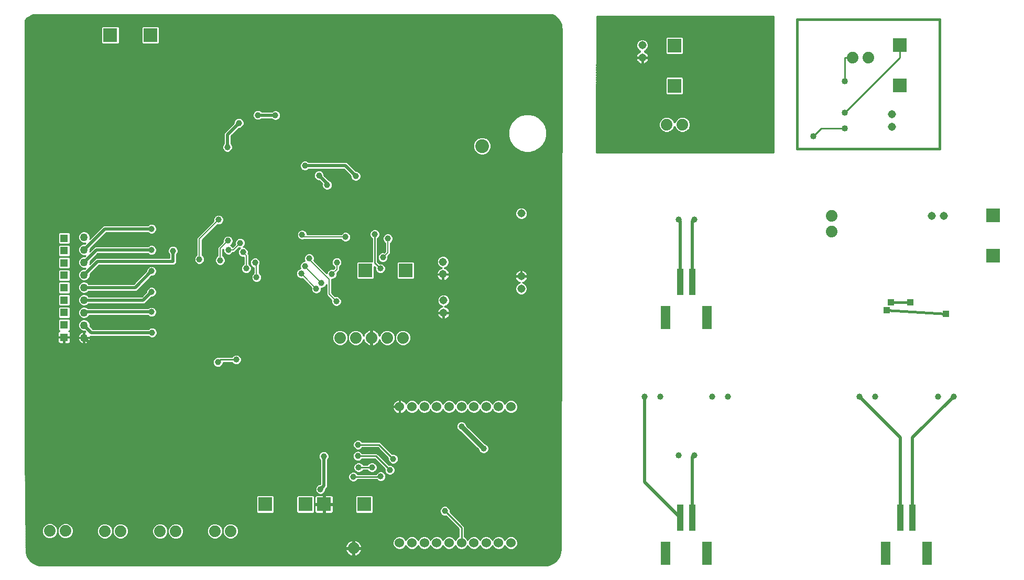
<source format=gbl>
G75*
G70*
%OFA0B0*%
%FSLAX24Y24*%
%IPPOS*%
%LPD*%
%AMOC8*
5,1,8,0,0,1.08239X$1,22.5*
%
%ADD10C,0.0515*%
%ADD11R,0.0515X0.0515*%
%ADD12C,0.0874*%
%ADD13R,0.0886X0.0886*%
%ADD14C,0.0740*%
%ADD15C,0.0600*%
%ADD16C,0.0500*%
%ADD17C,0.0397*%
%ADD18R,0.0433X0.1654*%
%ADD19R,0.0591X0.1457*%
%ADD20C,0.0100*%
%ADD21C,0.0709*%
%ADD22C,0.0396*%
%ADD23C,0.0200*%
%ADD24C,0.0300*%
%ADD25C,0.0080*%
%ADD26C,0.0160*%
%ADD27R,0.0396X0.0396*%
%ADD28C,0.0400*%
D10*
X027156Y016677D03*
X027156Y017464D03*
X027126Y019122D03*
X027126Y019909D03*
X032101Y018994D03*
X032101Y018207D03*
X032111Y022997D03*
X032111Y023784D03*
X039801Y032907D03*
X039801Y033694D03*
X055669Y029309D03*
X055669Y028521D03*
X058207Y022851D03*
X058994Y022851D03*
D11*
X003026Y021420D03*
X003026Y020633D03*
X003026Y019846D03*
X003026Y019058D03*
X003026Y018271D03*
X003026Y017483D03*
X003026Y016696D03*
X003026Y015909D03*
X003026Y015121D03*
D12*
X029613Y027286D03*
X029613Y028916D03*
D13*
X041851Y031121D03*
X041851Y033680D03*
X056169Y033694D03*
X056169Y031135D03*
X062101Y022880D03*
X062101Y020321D03*
X024745Y019371D03*
X022186Y019371D03*
X022110Y004491D03*
X019551Y004491D03*
X018370Y004491D03*
X015811Y004491D03*
X008525Y034331D03*
X005966Y034331D03*
D14*
X020576Y015086D03*
X021576Y015086D03*
X022576Y015086D03*
X023576Y015086D03*
X024576Y015086D03*
X013611Y002781D03*
X012611Y002781D03*
X010131Y002776D03*
X009131Y002776D03*
X006611Y002781D03*
X005611Y002781D03*
X003111Y002796D03*
X002111Y002796D03*
X021436Y001701D03*
X051851Y021851D03*
X051851Y022851D03*
X042351Y028651D03*
X041351Y028651D03*
X053169Y032915D03*
X054169Y032915D03*
D15*
X031450Y010696D03*
X030662Y010696D03*
X029875Y010696D03*
X029088Y010696D03*
X028300Y010696D03*
X027513Y010696D03*
X026725Y010696D03*
X025938Y010696D03*
X025151Y010696D03*
X024363Y010696D03*
X024363Y002035D03*
X025151Y002035D03*
X025938Y002035D03*
X026725Y002035D03*
X027513Y002035D03*
X028300Y002035D03*
X029088Y002035D03*
X029875Y002035D03*
X030662Y002035D03*
X031450Y002035D03*
D16*
X004291Y015081D03*
X004291Y015881D03*
X004291Y016681D03*
X004291Y017481D03*
X004291Y018281D03*
X004291Y019081D03*
X004291Y019881D03*
X004291Y020681D03*
X004291Y021481D03*
D17*
X039936Y011351D03*
X040936Y011351D03*
X044266Y011351D03*
X045266Y011351D03*
X043101Y007601D03*
X042101Y007601D03*
X053601Y011351D03*
X054601Y011351D03*
X058601Y011351D03*
X059601Y011351D03*
X043101Y022601D03*
X042101Y022601D03*
D18*
X042207Y018632D03*
X042994Y018632D03*
X042994Y003632D03*
X042207Y003632D03*
X056207Y003632D03*
X056994Y003632D03*
D19*
X057920Y001369D03*
X055282Y001369D03*
X043920Y001369D03*
X041282Y001369D03*
X041282Y016369D03*
X043920Y016369D03*
D20*
X001185Y000691D02*
X001060Y000760D01*
X000946Y000845D01*
X000845Y000946D01*
X000760Y001060D01*
X000691Y001185D01*
X000641Y001319D01*
X000611Y001458D01*
X000601Y001601D01*
X000551Y007966D01*
X000551Y035285D01*
X000585Y035331D01*
X000686Y035432D01*
X000800Y035517D01*
X000925Y035585D01*
X001059Y035635D01*
X001131Y035651D01*
X034036Y035651D01*
X034091Y035630D01*
X034216Y035562D01*
X034331Y035477D01*
X034432Y035376D01*
X034517Y035261D01*
X034585Y035136D01*
X034635Y035003D01*
X034666Y034863D01*
X034676Y034721D01*
X034601Y003101D01*
X034601Y001601D01*
X034591Y001458D01*
X034560Y001319D01*
X034510Y001185D01*
X021502Y001185D01*
X021486Y001185D02*
X021386Y001185D01*
X021386Y001182D02*
X021386Y001651D01*
X020917Y001651D01*
X020929Y001579D01*
X000602Y001579D01*
X000600Y001677D02*
X021386Y001677D01*
X021386Y001651D02*
X021386Y001751D01*
X021386Y002219D01*
X021314Y002208D01*
X021236Y002183D01*
X021163Y002146D01*
X021097Y002097D01*
X021039Y002040D01*
X020991Y001973D01*
X000598Y001973D01*
X000599Y001875D02*
X020946Y001875D01*
X020954Y001900D02*
X020929Y001823D01*
X020917Y001751D01*
X021386Y001751D01*
X021486Y001751D01*
X021486Y002219D01*
X021558Y002208D01*
X021635Y002183D01*
X021708Y002146D01*
X021775Y002097D01*
X021832Y002040D01*
X021881Y001973D01*
X023933Y001973D01*
X023933Y001950D02*
X023999Y001791D01*
X024120Y001671D01*
X024278Y001605D01*
X024449Y001605D01*
X024607Y001671D01*
X024728Y001791D01*
X024757Y001862D01*
X024786Y001791D01*
X024907Y001671D01*
X025065Y001605D01*
X025236Y001605D01*
X025394Y001671D01*
X025515Y001791D01*
X025544Y001862D01*
X025573Y001791D01*
X025694Y001671D01*
X025852Y001605D01*
X026024Y001605D01*
X026182Y001671D01*
X026302Y001791D01*
X026332Y001862D01*
X026361Y001791D01*
X026482Y001671D01*
X026640Y001605D01*
X026811Y001605D01*
X026969Y001671D01*
X027090Y001791D01*
X027119Y001862D01*
X027148Y001791D01*
X027269Y001671D01*
X027427Y001605D01*
X027598Y001605D01*
X027756Y001671D01*
X027877Y001791D01*
X027906Y001862D01*
X027936Y001791D01*
X028057Y001671D01*
X028215Y001605D01*
X028386Y001605D01*
X028544Y001671D01*
X028665Y001791D01*
X028694Y001862D01*
X028723Y001791D01*
X028844Y001671D01*
X029002Y001605D01*
X029173Y001605D01*
X029331Y001671D01*
X029452Y001791D01*
X029481Y001862D01*
X029510Y001791D01*
X029631Y001671D01*
X029789Y001605D01*
X029961Y001605D01*
X030119Y001671D01*
X030239Y001791D01*
X030269Y001862D01*
X030298Y001791D01*
X030419Y001671D01*
X030577Y001605D01*
X030748Y001605D01*
X030906Y001671D01*
X031027Y001791D01*
X031056Y001862D01*
X031085Y001791D01*
X031206Y001671D01*
X031364Y001605D01*
X031535Y001605D01*
X031693Y001671D01*
X031814Y001791D01*
X031880Y001950D01*
X031880Y002121D01*
X031814Y002279D01*
X031693Y002400D01*
X031535Y002465D01*
X031364Y002465D01*
X031206Y002400D01*
X031085Y002279D01*
X031056Y002208D01*
X031027Y002279D01*
X030906Y002400D01*
X030748Y002465D01*
X030577Y002465D01*
X030419Y002400D01*
X030298Y002279D01*
X030269Y002208D01*
X030239Y002279D01*
X030119Y002400D01*
X029961Y002465D01*
X029789Y002465D01*
X029631Y002400D01*
X029510Y002279D01*
X029481Y002208D01*
X029452Y002279D01*
X029331Y002400D01*
X029173Y002465D01*
X029002Y002465D01*
X028844Y002400D01*
X028723Y002279D01*
X028694Y002208D01*
X028665Y002279D01*
X028544Y002400D01*
X028480Y002426D01*
X028480Y003081D01*
X028375Y003186D01*
X027571Y003990D01*
X027574Y003995D01*
X027574Y004126D01*
X027524Y004247D01*
X027432Y004339D01*
X027311Y004389D01*
X027180Y004389D01*
X027060Y004339D01*
X026968Y004247D01*
X026918Y004126D01*
X026918Y003995D01*
X026968Y003875D01*
X027060Y003783D01*
X027180Y003733D01*
X027311Y003733D01*
X027317Y003735D01*
X028120Y002932D01*
X028120Y002426D01*
X028057Y002400D01*
X027936Y002279D01*
X027906Y002208D01*
X027877Y002279D01*
X027756Y002400D01*
X027598Y002465D01*
X027427Y002465D01*
X027269Y002400D01*
X027148Y002279D01*
X027119Y002208D01*
X027090Y002279D01*
X026969Y002400D01*
X026811Y002465D01*
X026640Y002465D01*
X026482Y002400D01*
X026361Y002279D01*
X026332Y002208D01*
X026302Y002279D01*
X026182Y002400D01*
X026024Y002465D01*
X025852Y002465D01*
X025694Y002400D01*
X025573Y002279D01*
X025544Y002208D01*
X025515Y002279D01*
X025394Y002400D01*
X025236Y002465D01*
X025065Y002465D01*
X024907Y002400D01*
X024786Y002279D01*
X024757Y002208D01*
X024728Y002279D01*
X024607Y002400D01*
X024449Y002465D01*
X024278Y002465D01*
X024120Y002400D01*
X023999Y002279D01*
X023933Y002121D01*
X023933Y001950D01*
X023964Y001875D02*
X021926Y001875D01*
X021918Y001900D02*
X021881Y001973D01*
X021918Y001900D02*
X021943Y001823D01*
X021954Y001751D01*
X021486Y001751D01*
X021486Y001651D01*
X021954Y001651D01*
X021943Y001579D01*
X021918Y001501D01*
X021881Y001428D01*
X021832Y001362D01*
X021775Y001304D01*
X021708Y001256D01*
X021635Y001219D01*
X021558Y001194D01*
X021486Y001182D01*
X021486Y001651D01*
X021386Y001651D01*
X021386Y001579D02*
X021486Y001579D01*
X021486Y001677D02*
X024113Y001677D01*
X024014Y001776D02*
X021950Y001776D01*
X021943Y001579D02*
X034599Y001579D01*
X034601Y001677D02*
X031700Y001677D01*
X031799Y001776D02*
X034601Y001776D01*
X034601Y001875D02*
X031849Y001875D01*
X031880Y001973D02*
X034601Y001973D01*
X034601Y002072D02*
X031880Y002072D01*
X031859Y002170D02*
X034601Y002170D01*
X034601Y002269D02*
X031818Y002269D01*
X031726Y002367D02*
X034601Y002367D01*
X034601Y002466D02*
X028480Y002466D01*
X028480Y002564D02*
X034601Y002564D01*
X034601Y002663D02*
X028480Y002663D01*
X028480Y002761D02*
X034601Y002761D01*
X034601Y002860D02*
X028480Y002860D01*
X028480Y002959D02*
X034601Y002959D01*
X034601Y003057D02*
X028480Y003057D01*
X028405Y003156D02*
X034601Y003156D01*
X034601Y003254D02*
X028307Y003254D01*
X028208Y003353D02*
X034601Y003353D01*
X034602Y003451D02*
X028110Y003451D01*
X028011Y003550D02*
X034602Y003550D01*
X034602Y003648D02*
X027913Y003648D01*
X027814Y003747D02*
X034602Y003747D01*
X034603Y003845D02*
X027716Y003845D01*
X027617Y003944D02*
X034603Y003944D01*
X034603Y004043D02*
X027574Y004043D01*
X027568Y004141D02*
X034603Y004141D01*
X034604Y004240D02*
X027527Y004240D01*
X027432Y004338D02*
X034604Y004338D01*
X034604Y004437D02*
X022683Y004437D01*
X022683Y004535D02*
X034604Y004535D01*
X034604Y004634D02*
X022683Y004634D01*
X022683Y004732D02*
X034605Y004732D01*
X034605Y004831D02*
X022683Y004831D01*
X022683Y004929D02*
X034605Y004929D01*
X034605Y005028D02*
X022643Y005028D01*
X022607Y005064D02*
X021614Y005064D01*
X021537Y004988D01*
X021537Y003994D01*
X021614Y003918D01*
X022607Y003918D01*
X022683Y003994D01*
X022683Y004988D01*
X022607Y005064D01*
X022683Y004338D02*
X027059Y004338D01*
X026965Y004240D02*
X022683Y004240D01*
X022683Y004141D02*
X026924Y004141D01*
X026918Y004043D02*
X022683Y004043D01*
X022633Y003944D02*
X026939Y003944D01*
X026997Y003845D02*
X000583Y003845D01*
X000584Y003747D02*
X027146Y003747D01*
X027404Y003648D02*
X000585Y003648D01*
X000585Y003550D02*
X027502Y003550D01*
X027601Y003451D02*
X000586Y003451D01*
X000587Y003353D02*
X027699Y003353D01*
X027798Y003254D02*
X013774Y003254D01*
X013710Y003281D02*
X013894Y003205D01*
X014035Y003064D01*
X014111Y002880D01*
X014111Y002681D01*
X014035Y002498D01*
X013894Y002357D01*
X013710Y002281D01*
X013511Y002281D01*
X013328Y002357D01*
X013187Y002498D01*
X013111Y002681D01*
X013111Y002880D01*
X013187Y003064D01*
X013328Y003205D01*
X013511Y003281D01*
X013710Y003281D01*
X013447Y003254D02*
X012774Y003254D01*
X012710Y003281D02*
X012511Y003281D01*
X012328Y003205D01*
X012187Y003064D01*
X012111Y002880D01*
X012111Y002681D01*
X012187Y002498D01*
X012328Y002357D01*
X012511Y002281D01*
X012710Y002281D01*
X012894Y002357D01*
X013035Y002498D01*
X013111Y002681D01*
X013111Y002880D01*
X013035Y003064D01*
X012894Y003205D01*
X012710Y003281D01*
X012447Y003254D02*
X010282Y003254D01*
X010230Y003276D02*
X010414Y003200D01*
X010555Y003059D01*
X010631Y002875D01*
X010631Y002676D01*
X010555Y002493D01*
X010414Y002352D01*
X010230Y002276D01*
X010031Y002276D01*
X009848Y002352D01*
X009707Y002493D01*
X009631Y002676D01*
X009631Y002875D01*
X009707Y003059D01*
X009848Y003200D01*
X010031Y003276D01*
X010230Y003276D01*
X009979Y003254D02*
X009282Y003254D01*
X009230Y003276D02*
X009414Y003200D01*
X009555Y003059D01*
X009631Y002875D01*
X009631Y002676D01*
X009555Y002493D01*
X009414Y002352D01*
X009230Y002276D01*
X009031Y002276D01*
X008848Y002352D01*
X008707Y002493D01*
X008631Y002676D01*
X008631Y002875D01*
X008707Y003059D01*
X008848Y003200D01*
X009031Y003276D01*
X009230Y003276D01*
X008979Y003254D02*
X006774Y003254D01*
X006710Y003281D02*
X006894Y003205D01*
X007035Y003064D01*
X007111Y002880D01*
X007111Y002681D01*
X007035Y002498D01*
X006894Y002357D01*
X006710Y002281D01*
X006511Y002281D01*
X006328Y002357D01*
X006187Y002498D01*
X006111Y002681D01*
X006111Y002880D01*
X006187Y003064D01*
X006328Y003205D01*
X006511Y003281D01*
X006710Y003281D01*
X006447Y003254D02*
X005774Y003254D01*
X005710Y003281D02*
X005511Y003281D01*
X005328Y003205D01*
X005187Y003064D01*
X005111Y002880D01*
X005111Y002681D01*
X005187Y002498D01*
X005328Y002357D01*
X005511Y002281D01*
X005710Y002281D01*
X005894Y002357D01*
X006035Y002498D01*
X006111Y002681D01*
X006111Y002880D01*
X006035Y003064D01*
X005894Y003205D01*
X005710Y003281D01*
X005447Y003254D02*
X003311Y003254D01*
X003394Y003220D02*
X003210Y003296D01*
X003011Y003296D01*
X002828Y003220D01*
X002687Y003079D01*
X002611Y002895D01*
X002611Y002696D01*
X002687Y002513D01*
X002828Y002372D01*
X003011Y002296D01*
X003210Y002296D01*
X003394Y002372D01*
X003535Y002513D01*
X003611Y002696D01*
X003611Y002895D01*
X003535Y003079D01*
X003394Y003220D01*
X003458Y003156D02*
X005279Y003156D01*
X005184Y003057D02*
X003544Y003057D01*
X003585Y002959D02*
X005143Y002959D01*
X005111Y002860D02*
X003611Y002860D01*
X003611Y002761D02*
X005111Y002761D01*
X005118Y002663D02*
X003597Y002663D01*
X003556Y002564D02*
X005159Y002564D01*
X005219Y002466D02*
X003488Y002466D01*
X003383Y002367D02*
X005317Y002367D01*
X005904Y002367D02*
X006317Y002367D01*
X006219Y002466D02*
X006003Y002466D01*
X006062Y002564D02*
X006159Y002564D01*
X006118Y002663D02*
X006103Y002663D01*
X006111Y002761D02*
X006111Y002761D01*
X006111Y002860D02*
X006111Y002860D01*
X006078Y002959D02*
X006143Y002959D01*
X006184Y003057D02*
X006038Y003057D01*
X005943Y003156D02*
X006279Y003156D01*
X006943Y003156D02*
X008804Y003156D01*
X008706Y003057D02*
X007038Y003057D01*
X007078Y002959D02*
X008665Y002959D01*
X008631Y002860D02*
X007111Y002860D01*
X007111Y002761D02*
X008631Y002761D01*
X008636Y002663D02*
X007103Y002663D01*
X007062Y002564D02*
X008677Y002564D01*
X008734Y002466D02*
X007003Y002466D01*
X006904Y002367D02*
X008832Y002367D01*
X009429Y002367D02*
X009832Y002367D01*
X009734Y002466D02*
X009528Y002466D01*
X009584Y002564D02*
X009677Y002564D01*
X009636Y002663D02*
X009625Y002663D01*
X009631Y002761D02*
X009631Y002761D01*
X009631Y002860D02*
X009631Y002860D01*
X009665Y002959D02*
X009596Y002959D01*
X009555Y003057D02*
X009706Y003057D01*
X009804Y003156D02*
X009458Y003156D01*
X010458Y003156D02*
X012279Y003156D01*
X012184Y003057D02*
X010555Y003057D01*
X010596Y002959D02*
X012143Y002959D01*
X012111Y002860D02*
X010631Y002860D01*
X010631Y002761D02*
X012111Y002761D01*
X012118Y002663D02*
X010625Y002663D01*
X010584Y002564D02*
X012159Y002564D01*
X012219Y002466D02*
X010528Y002466D01*
X010429Y002367D02*
X012317Y002367D01*
X012904Y002367D02*
X013317Y002367D01*
X013219Y002466D02*
X013003Y002466D01*
X013062Y002564D02*
X013159Y002564D01*
X013118Y002663D02*
X013103Y002663D01*
X013111Y002761D02*
X013111Y002761D01*
X013111Y002860D02*
X013111Y002860D01*
X013078Y002959D02*
X013143Y002959D01*
X013184Y003057D02*
X013038Y003057D01*
X012943Y003156D02*
X013279Y003156D01*
X013943Y003156D02*
X027896Y003156D01*
X027995Y003057D02*
X014038Y003057D01*
X014078Y002959D02*
X028093Y002959D01*
X028120Y002860D02*
X014111Y002860D01*
X014111Y002761D02*
X028120Y002761D01*
X028120Y002663D02*
X014103Y002663D01*
X014062Y002564D02*
X028120Y002564D01*
X028120Y002466D02*
X014003Y002466D01*
X013904Y002367D02*
X024087Y002367D01*
X023995Y002269D02*
X000596Y002269D01*
X000595Y002367D02*
X001839Y002367D01*
X001828Y002372D02*
X002011Y002296D01*
X002210Y002296D01*
X002394Y002372D01*
X002535Y002513D01*
X002611Y002696D01*
X002611Y002895D01*
X002535Y003079D01*
X002394Y003220D01*
X002210Y003296D01*
X002011Y003296D01*
X001828Y003220D01*
X001687Y003079D01*
X001611Y002895D01*
X001611Y002696D01*
X001687Y002513D01*
X001828Y002372D01*
X001734Y002466D02*
X000594Y002466D01*
X000593Y002564D02*
X001665Y002564D01*
X001625Y002663D02*
X000592Y002663D01*
X000592Y002761D02*
X001611Y002761D01*
X001611Y002860D02*
X000591Y002860D01*
X000590Y002959D02*
X001637Y002959D01*
X001678Y003057D02*
X000589Y003057D01*
X000589Y003156D02*
X001764Y003156D01*
X001911Y003254D02*
X000588Y003254D01*
X000582Y003944D02*
X015288Y003944D01*
X015314Y003918D02*
X016308Y003918D01*
X016384Y003994D01*
X016384Y004988D01*
X016308Y005064D01*
X015314Y005064D01*
X015238Y004988D01*
X015238Y003994D01*
X015314Y003918D01*
X015238Y004043D02*
X000582Y004043D01*
X000581Y004141D02*
X015238Y004141D01*
X015238Y004240D02*
X000580Y004240D01*
X000579Y004338D02*
X015238Y004338D01*
X015238Y004437D02*
X000579Y004437D01*
X000578Y004535D02*
X015238Y004535D01*
X015238Y004634D02*
X000577Y004634D01*
X000576Y004732D02*
X015238Y004732D01*
X015238Y004831D02*
X000575Y004831D01*
X000575Y004929D02*
X015238Y004929D01*
X015279Y005028D02*
X000574Y005028D01*
X000573Y005126D02*
X019248Y005126D01*
X019263Y005120D02*
X019142Y005170D01*
X019050Y005263D01*
X019000Y005383D01*
X019000Y005514D01*
X019050Y005634D01*
X019142Y005727D01*
X019263Y005777D01*
X019311Y005777D01*
X019311Y007312D01*
X019263Y007360D01*
X019213Y007480D01*
X019213Y007611D01*
X019263Y007732D01*
X019355Y007824D01*
X019475Y007874D01*
X019606Y007874D01*
X019727Y007824D01*
X019819Y007732D01*
X019869Y007611D01*
X019869Y007480D01*
X019819Y007360D01*
X019771Y007312D01*
X019771Y005566D01*
X019656Y005451D01*
X019656Y005383D01*
X019606Y005263D01*
X019514Y005170D01*
X019393Y005120D01*
X019263Y005120D01*
X019408Y005126D02*
X034606Y005126D01*
X034606Y005225D02*
X019569Y005225D01*
X019631Y005324D02*
X034606Y005324D01*
X034606Y005422D02*
X019656Y005422D01*
X019725Y005521D02*
X034607Y005521D01*
X034607Y005619D02*
X019771Y005619D01*
X019771Y005718D02*
X034607Y005718D01*
X034607Y005816D02*
X019771Y005816D01*
X019771Y005915D02*
X021350Y005915D01*
X021355Y005913D02*
X021486Y005913D01*
X021607Y005963D01*
X021699Y006055D01*
X021701Y006061D01*
X022902Y006061D01*
X022980Y005983D01*
X023100Y005933D01*
X023231Y005933D01*
X023352Y005983D01*
X023444Y006075D01*
X023494Y006195D01*
X023494Y006326D01*
X023444Y006447D01*
X023352Y006539D01*
X023231Y006589D01*
X023100Y006589D01*
X022980Y006539D01*
X022888Y006447D01*
X022877Y006421D01*
X021701Y006421D01*
X021699Y006427D01*
X021607Y006519D01*
X021486Y006569D01*
X021355Y006569D01*
X021235Y006519D01*
X021143Y006427D01*
X021093Y006306D01*
X021093Y006175D01*
X021143Y006055D01*
X021235Y005963D01*
X021355Y005913D01*
X021491Y005915D02*
X034607Y005915D01*
X034608Y006013D02*
X023382Y006013D01*
X023459Y006112D02*
X034608Y006112D01*
X034608Y006210D02*
X023494Y006210D01*
X023494Y006309D02*
X034608Y006309D01*
X034609Y006408D02*
X023942Y006408D01*
X023927Y006393D02*
X024019Y006485D01*
X024069Y006605D01*
X024069Y006736D01*
X024019Y006857D01*
X023927Y006949D01*
X023806Y006999D01*
X023675Y006999D01*
X023667Y006999D01*
X023670Y006996D02*
X022925Y007741D01*
X022776Y007741D01*
X021991Y007741D01*
X021989Y007747D01*
X021897Y007839D01*
X021776Y007889D01*
X021645Y007889D01*
X021525Y007839D01*
X021433Y007747D01*
X021383Y007626D01*
X021383Y007495D01*
X021433Y007375D01*
X021525Y007283D01*
X021645Y007233D01*
X021776Y007233D01*
X021897Y007283D01*
X021989Y007375D01*
X021991Y007381D01*
X022776Y007381D01*
X023415Y006742D01*
X023413Y006736D01*
X023413Y006605D01*
X022834Y006605D01*
X022792Y006563D02*
X022884Y006655D01*
X022934Y006775D01*
X022934Y006906D01*
X022884Y007027D01*
X022792Y007119D01*
X022671Y007169D01*
X022540Y007169D01*
X022420Y007119D01*
X022328Y007027D01*
X022325Y007021D01*
X022041Y007021D01*
X022039Y007027D01*
X021947Y007119D01*
X021826Y007169D01*
X021695Y007169D01*
X021575Y007119D01*
X021483Y007027D01*
X021433Y006906D01*
X021433Y006775D01*
X021483Y006655D01*
X021575Y006563D01*
X021695Y006513D01*
X021826Y006513D01*
X021947Y006563D01*
X022039Y006655D01*
X022041Y006661D01*
X022325Y006661D01*
X022328Y006655D01*
X022420Y006563D01*
X022540Y006513D01*
X022671Y006513D01*
X022792Y006563D01*
X022947Y006506D02*
X021619Y006506D01*
X021533Y006605D02*
X019771Y006605D01*
X019771Y006703D02*
X021463Y006703D01*
X021433Y006802D02*
X019771Y006802D01*
X019771Y006900D02*
X021433Y006900D01*
X021471Y006999D02*
X019771Y006999D01*
X019771Y007097D02*
X021553Y007097D01*
X021513Y007294D02*
X019771Y007294D01*
X019771Y007196D02*
X022961Y007196D01*
X022863Y007294D02*
X021908Y007294D01*
X021968Y007097D02*
X022398Y007097D01*
X022606Y006841D02*
X021761Y006841D01*
X021989Y006605D02*
X022378Y006605D01*
X022904Y006703D02*
X023413Y006703D01*
X023413Y006605D02*
X023463Y006485D01*
X023555Y006393D01*
X023675Y006343D01*
X023806Y006343D01*
X023927Y006393D01*
X024028Y006506D02*
X034609Y006506D01*
X034609Y006605D02*
X024069Y006605D01*
X024069Y006703D02*
X034609Y006703D01*
X034610Y006802D02*
X024042Y006802D01*
X023975Y006900D02*
X034610Y006900D01*
X034610Y006999D02*
X023806Y006999D01*
X023890Y007048D02*
X024021Y007048D01*
X024142Y007098D01*
X024234Y007190D01*
X024284Y007310D01*
X024284Y007441D01*
X024234Y007562D01*
X024142Y007654D01*
X024021Y007704D01*
X023890Y007704D01*
X023885Y007701D01*
X023130Y008456D01*
X022981Y008456D01*
X022001Y008456D01*
X021999Y008462D01*
X021907Y008554D01*
X021786Y008604D01*
X021655Y008604D01*
X021535Y008554D01*
X021443Y008462D01*
X021393Y008341D01*
X021393Y008210D01*
X021443Y008090D01*
X021535Y007998D01*
X021655Y007948D01*
X021786Y007948D01*
X021907Y007998D01*
X021999Y008090D01*
X022001Y008096D01*
X022981Y008096D01*
X023630Y007447D01*
X023628Y007441D01*
X023628Y007310D01*
X023678Y007190D01*
X023770Y007098D01*
X023890Y007048D01*
X023771Y007097D02*
X023569Y007097D01*
X023470Y007196D02*
X023675Y007196D01*
X023634Y007294D02*
X023372Y007294D01*
X023273Y007393D02*
X023628Y007393D01*
X023585Y007492D02*
X023175Y007492D01*
X023076Y007590D02*
X023487Y007590D01*
X023388Y007689D02*
X022977Y007689D01*
X022851Y007561D02*
X023741Y006671D01*
X023454Y006506D02*
X023384Y006506D01*
X023460Y006408D02*
X023540Y006408D01*
X023166Y006261D02*
X023146Y006241D01*
X021421Y006241D01*
X021657Y006013D02*
X022949Y006013D01*
X022934Y006802D02*
X023355Y006802D01*
X023257Y006900D02*
X022934Y006900D01*
X022895Y006999D02*
X023158Y006999D01*
X023060Y007097D02*
X022813Y007097D01*
X022851Y007561D02*
X021711Y007561D01*
X021948Y007787D02*
X023290Y007787D01*
X023191Y007886D02*
X021784Y007886D01*
X021874Y007984D02*
X023093Y007984D01*
X022994Y008083D02*
X021992Y008083D01*
X021721Y008276D02*
X023056Y008276D01*
X023956Y007376D01*
X024263Y007492D02*
X034611Y007492D01*
X034611Y007590D02*
X024205Y007590D01*
X024058Y007689D02*
X034612Y007689D01*
X034612Y007787D02*
X029926Y007787D01*
X029897Y007758D02*
X029989Y007850D01*
X030039Y007970D01*
X030039Y008101D01*
X029989Y008222D01*
X029897Y008314D01*
X029780Y008362D01*
X028627Y009515D01*
X028579Y009632D01*
X028487Y009724D01*
X028366Y009774D01*
X028235Y009774D01*
X028115Y009724D01*
X028023Y009632D01*
X027973Y009511D01*
X027973Y009380D01*
X028023Y009260D01*
X028115Y009168D01*
X028231Y009119D01*
X029384Y007966D01*
X029433Y007850D01*
X029525Y007758D01*
X029645Y007708D01*
X029776Y007708D01*
X029897Y007758D01*
X030004Y007886D02*
X034612Y007886D01*
X034612Y007984D02*
X030039Y007984D01*
X030039Y008083D02*
X034613Y008083D01*
X034613Y008181D02*
X030006Y008181D01*
X029931Y008280D02*
X034613Y008280D01*
X034613Y008378D02*
X029764Y008378D01*
X029666Y008477D02*
X034614Y008477D01*
X034614Y008576D02*
X029567Y008576D01*
X029468Y008674D02*
X034614Y008674D01*
X034614Y008773D02*
X029370Y008773D01*
X029271Y008871D02*
X034614Y008871D01*
X034615Y008970D02*
X029173Y008970D01*
X029074Y009068D02*
X034615Y009068D01*
X034615Y009167D02*
X028976Y009167D01*
X028877Y009265D02*
X034615Y009265D01*
X034616Y009364D02*
X028779Y009364D01*
X028680Y009462D02*
X034616Y009462D01*
X034616Y009561D02*
X028608Y009561D01*
X028551Y009659D02*
X034616Y009659D01*
X034617Y009758D02*
X028404Y009758D01*
X028197Y009758D02*
X000551Y009758D01*
X000551Y009659D02*
X028051Y009659D01*
X027993Y009561D02*
X000551Y009561D01*
X000551Y009462D02*
X027973Y009462D01*
X027980Y009364D02*
X000551Y009364D01*
X000551Y009265D02*
X028020Y009265D01*
X028117Y009167D02*
X000551Y009167D01*
X000551Y009068D02*
X028282Y009068D01*
X028381Y008970D02*
X000551Y008970D01*
X000551Y008871D02*
X028479Y008871D01*
X028578Y008773D02*
X000551Y008773D01*
X000551Y008674D02*
X028677Y008674D01*
X028775Y008576D02*
X021854Y008576D01*
X021984Y008477D02*
X028874Y008477D01*
X028972Y008378D02*
X023208Y008378D01*
X023306Y008280D02*
X029071Y008280D01*
X029169Y008181D02*
X023405Y008181D01*
X023503Y008083D02*
X029268Y008083D01*
X029366Y007984D02*
X023602Y007984D01*
X023700Y007886D02*
X029418Y007886D01*
X029495Y007787D02*
X023799Y007787D01*
X024284Y007393D02*
X034611Y007393D01*
X034611Y007294D02*
X024277Y007294D01*
X024236Y007196D02*
X034611Y007196D01*
X034610Y007097D02*
X024141Y007097D01*
X023675Y006999D02*
X023670Y006996D01*
X021638Y007886D02*
X000551Y007886D01*
X000551Y007984D02*
X021567Y007984D01*
X021450Y008083D02*
X000551Y008083D01*
X000551Y008181D02*
X021405Y008181D01*
X021393Y008280D02*
X000551Y008280D01*
X000551Y008378D02*
X021408Y008378D01*
X021458Y008477D02*
X000551Y008477D01*
X000551Y008576D02*
X021587Y008576D01*
X021473Y007787D02*
X019763Y007787D01*
X019837Y007689D02*
X021409Y007689D01*
X021383Y007590D02*
X019869Y007590D01*
X019869Y007492D02*
X021384Y007492D01*
X021425Y007393D02*
X019833Y007393D01*
X019311Y007294D02*
X000556Y007294D01*
X000557Y007196D02*
X019311Y007196D01*
X019311Y007097D02*
X000558Y007097D01*
X000558Y006999D02*
X019311Y006999D01*
X019311Y006900D02*
X000559Y006900D01*
X000560Y006802D02*
X019311Y006802D01*
X019311Y006703D02*
X000561Y006703D01*
X000561Y006605D02*
X019311Y006605D01*
X019311Y006506D02*
X000562Y006506D01*
X000563Y006408D02*
X019311Y006408D01*
X019311Y006309D02*
X000564Y006309D01*
X000565Y006210D02*
X019311Y006210D01*
X019311Y006112D02*
X000565Y006112D01*
X000566Y006013D02*
X019311Y006013D01*
X019311Y005915D02*
X000567Y005915D01*
X000568Y005816D02*
X019311Y005816D01*
X019133Y005718D02*
X000568Y005718D01*
X000569Y005619D02*
X019044Y005619D01*
X019003Y005521D02*
X000570Y005521D01*
X000571Y005422D02*
X019000Y005422D01*
X019025Y005324D02*
X000572Y005324D01*
X000572Y005225D02*
X019088Y005225D01*
X019089Y005084D02*
X019050Y005073D01*
X019016Y005054D01*
X018988Y005026D01*
X018969Y004992D01*
X018958Y004953D01*
X018958Y004541D01*
X019501Y004541D01*
X019501Y004441D01*
X018958Y004441D01*
X018958Y004028D01*
X018969Y003990D01*
X018988Y003956D01*
X019016Y003928D01*
X019050Y003908D01*
X019089Y003898D01*
X019501Y003898D01*
X019501Y004441D01*
X019601Y004441D01*
X019601Y003898D01*
X020014Y003898D01*
X020052Y003908D01*
X020086Y003928D01*
X020114Y003956D01*
X020134Y003990D01*
X020144Y004028D01*
X020144Y004441D01*
X019601Y004441D01*
X019601Y004541D01*
X019501Y004541D01*
X019501Y005084D01*
X019089Y005084D01*
X018990Y005028D02*
X018903Y005028D01*
X018867Y005064D02*
X017874Y005064D01*
X017797Y004988D01*
X017797Y003994D01*
X017874Y003918D01*
X018867Y003918D01*
X018943Y003994D01*
X018943Y004988D01*
X018867Y005064D01*
X018943Y004929D02*
X018958Y004929D01*
X018958Y004831D02*
X018943Y004831D01*
X018943Y004732D02*
X018958Y004732D01*
X018958Y004634D02*
X018943Y004634D01*
X018943Y004535D02*
X019501Y004535D01*
X019501Y004437D02*
X019601Y004437D01*
X019601Y004535D02*
X021537Y004535D01*
X021537Y004437D02*
X020144Y004437D01*
X020144Y004338D02*
X021537Y004338D01*
X021537Y004240D02*
X020144Y004240D01*
X020144Y004141D02*
X021537Y004141D01*
X021537Y004043D02*
X020144Y004043D01*
X020102Y003944D02*
X021587Y003944D01*
X021537Y004634D02*
X020144Y004634D01*
X020144Y004541D02*
X020144Y004953D01*
X020134Y004992D01*
X020114Y005026D01*
X020086Y005054D01*
X020052Y005073D01*
X020014Y005084D01*
X019601Y005084D01*
X019601Y004541D01*
X020144Y004541D01*
X020144Y004732D02*
X021537Y004732D01*
X021537Y004831D02*
X020144Y004831D01*
X020144Y004929D02*
X021537Y004929D01*
X021578Y005028D02*
X020112Y005028D01*
X019601Y005028D02*
X019501Y005028D01*
X019501Y004929D02*
X019601Y004929D01*
X019601Y004831D02*
X019501Y004831D01*
X019501Y004732D02*
X019601Y004732D01*
X019601Y004634D02*
X019501Y004634D01*
X019501Y004338D02*
X019601Y004338D01*
X019601Y004240D02*
X019501Y004240D01*
X019501Y004141D02*
X019601Y004141D01*
X019601Y004043D02*
X019501Y004043D01*
X019501Y003944D02*
X019601Y003944D01*
X019000Y003944D02*
X018893Y003944D01*
X018943Y004043D02*
X018958Y004043D01*
X018958Y004141D02*
X018943Y004141D01*
X018943Y004240D02*
X018958Y004240D01*
X018958Y004338D02*
X018943Y004338D01*
X018943Y004437D02*
X018958Y004437D01*
X017797Y004437D02*
X016384Y004437D01*
X016384Y004535D02*
X017797Y004535D01*
X017797Y004634D02*
X016384Y004634D01*
X016384Y004732D02*
X017797Y004732D01*
X017797Y004831D02*
X016384Y004831D01*
X016384Y004929D02*
X017797Y004929D01*
X017838Y005028D02*
X016344Y005028D01*
X016384Y004338D02*
X017797Y004338D01*
X017797Y004240D02*
X016384Y004240D01*
X016384Y004141D02*
X017797Y004141D01*
X017797Y004043D02*
X016384Y004043D01*
X016334Y003944D02*
X017847Y003944D01*
X015046Y005596D02*
X015046Y005791D01*
X015026Y005811D01*
X019249Y007393D02*
X000555Y007393D01*
X000554Y007492D02*
X019213Y007492D01*
X019213Y007590D02*
X000554Y007590D01*
X000553Y007689D02*
X019245Y007689D01*
X019318Y007787D02*
X000552Y007787D01*
X000551Y009857D02*
X034617Y009857D01*
X034617Y009955D02*
X000551Y009955D01*
X000551Y010054D02*
X034617Y010054D01*
X034618Y010152D02*
X000551Y010152D01*
X000551Y010251D02*
X024301Y010251D01*
X024328Y010246D02*
X024258Y010258D01*
X024190Y010279D01*
X024127Y010312D01*
X024070Y010353D01*
X024020Y010403D01*
X023978Y010461D01*
X023946Y010524D01*
X023924Y010591D01*
X023913Y010661D01*
X023913Y010668D01*
X024334Y010668D01*
X024334Y010725D01*
X023913Y010725D01*
X023913Y010732D01*
X023924Y010802D01*
X023946Y010869D01*
X023978Y010932D01*
X024020Y010990D01*
X024070Y011040D01*
X024127Y011081D01*
X024190Y011114D01*
X024258Y011135D01*
X024328Y011146D01*
X024334Y011146D01*
X024334Y010725D01*
X024392Y010725D01*
X024392Y011146D01*
X024399Y011146D01*
X024469Y011135D01*
X024536Y011114D01*
X024599Y011081D01*
X024656Y011040D01*
X024706Y010990D01*
X024748Y010932D01*
X024767Y010895D01*
X024786Y010940D01*
X024907Y011061D01*
X025065Y011126D01*
X025236Y011126D01*
X025394Y011061D01*
X025515Y010940D01*
X025544Y010870D01*
X025573Y010940D01*
X025694Y011061D01*
X025852Y011126D01*
X026024Y011126D01*
X026182Y011061D01*
X026302Y010940D01*
X026332Y010870D01*
X026361Y010940D01*
X026482Y011061D01*
X026640Y011126D01*
X026811Y011126D01*
X026969Y011061D01*
X027090Y010940D01*
X027119Y010870D01*
X027148Y010940D01*
X027269Y011061D01*
X027427Y011126D01*
X027598Y011126D01*
X027756Y011061D01*
X027877Y010940D01*
X027906Y010870D01*
X027936Y010940D01*
X028057Y011061D01*
X028215Y011126D01*
X028386Y011126D01*
X028544Y011061D01*
X028665Y010940D01*
X028694Y010870D01*
X028723Y010940D01*
X028844Y011061D01*
X029002Y011126D01*
X029173Y011126D01*
X029331Y011061D01*
X029452Y010940D01*
X029481Y010870D01*
X029510Y010940D01*
X029631Y011061D01*
X029789Y011126D01*
X029961Y011126D01*
X030119Y011061D01*
X030239Y010940D01*
X030269Y010870D01*
X030298Y010940D01*
X030419Y011061D01*
X030577Y011126D01*
X030748Y011126D01*
X030906Y011061D01*
X031027Y010940D01*
X031056Y010870D01*
X031085Y010940D01*
X031206Y011061D01*
X031364Y011126D01*
X031535Y011126D01*
X031693Y011061D01*
X031814Y010940D01*
X031880Y010782D01*
X031880Y010611D01*
X031814Y010453D01*
X031693Y010332D01*
X031535Y010266D01*
X031364Y010266D01*
X031206Y010332D01*
X031085Y010453D01*
X031056Y010523D01*
X031027Y010453D01*
X030906Y010332D01*
X030748Y010266D01*
X030577Y010266D01*
X030419Y010332D01*
X030298Y010453D01*
X030269Y010523D01*
X030239Y010453D01*
X030119Y010332D01*
X029961Y010266D01*
X029789Y010266D01*
X029631Y010332D01*
X029510Y010453D01*
X029481Y010523D01*
X029452Y010453D01*
X029331Y010332D01*
X029173Y010266D01*
X029002Y010266D01*
X028844Y010332D01*
X028723Y010453D01*
X028694Y010523D01*
X028665Y010453D01*
X028544Y010332D01*
X028386Y010266D01*
X028215Y010266D01*
X028057Y010332D01*
X027936Y010453D01*
X027906Y010523D01*
X027877Y010453D01*
X027756Y010332D01*
X027598Y010266D01*
X027427Y010266D01*
X027269Y010332D01*
X027148Y010453D01*
X027119Y010523D01*
X027090Y010453D01*
X026969Y010332D01*
X026811Y010266D01*
X026640Y010266D01*
X026482Y010332D01*
X026361Y010453D01*
X026332Y010523D01*
X026302Y010453D01*
X026182Y010332D01*
X026024Y010266D01*
X025852Y010266D01*
X025694Y010332D01*
X025573Y010453D01*
X025544Y010523D01*
X025515Y010453D01*
X025394Y010332D01*
X025236Y010266D01*
X025065Y010266D01*
X024907Y010332D01*
X024786Y010453D01*
X024767Y010498D01*
X024748Y010461D01*
X024706Y010403D01*
X024656Y010353D01*
X024599Y010312D01*
X024536Y010279D01*
X024469Y010258D01*
X024399Y010246D01*
X024392Y010246D01*
X024392Y010667D01*
X024334Y010667D01*
X024334Y010246D01*
X024328Y010246D01*
X024334Y010251D02*
X024392Y010251D01*
X024425Y010251D02*
X034618Y010251D01*
X034618Y010349D02*
X031711Y010349D01*
X031809Y010448D02*
X034618Y010448D01*
X034618Y010546D02*
X031853Y010546D01*
X031880Y010645D02*
X034619Y010645D01*
X034619Y010743D02*
X031880Y010743D01*
X031855Y010842D02*
X034619Y010842D01*
X034619Y010941D02*
X031814Y010941D01*
X031715Y011039D02*
X034620Y011039D01*
X034620Y011138D02*
X024454Y011138D01*
X024392Y011138D02*
X024334Y011138D01*
X024272Y011138D02*
X000551Y011138D01*
X000551Y011236D02*
X034620Y011236D01*
X034620Y011335D02*
X000551Y011335D01*
X000551Y011433D02*
X034621Y011433D01*
X034621Y011532D02*
X000551Y011532D01*
X000551Y011630D02*
X034621Y011630D01*
X034621Y011729D02*
X000551Y011729D01*
X000551Y011827D02*
X034621Y011827D01*
X034622Y011926D02*
X000551Y011926D01*
X000551Y012025D02*
X034622Y012025D01*
X034622Y012123D02*
X000551Y012123D01*
X000551Y012222D02*
X034622Y012222D01*
X034623Y012320D02*
X000551Y012320D01*
X000551Y012419D02*
X034623Y012419D01*
X034623Y012517D02*
X000551Y012517D01*
X000551Y012616D02*
X034623Y012616D01*
X034624Y012714D02*
X000551Y012714D01*
X000551Y012813D02*
X034624Y012813D01*
X034624Y012911D02*
X000551Y012911D01*
X000551Y013010D02*
X034624Y013010D01*
X034625Y013109D02*
X000551Y013109D01*
X000551Y013207D02*
X012735Y013207D01*
X012745Y013203D02*
X012876Y013203D01*
X012997Y013253D01*
X013089Y013345D01*
X013139Y013465D01*
X013139Y013511D01*
X013695Y013511D01*
X013698Y013505D01*
X013790Y013413D01*
X013910Y013363D01*
X014041Y013363D01*
X014162Y013413D01*
X014254Y013505D01*
X014304Y013625D01*
X014304Y013756D01*
X014254Y013877D01*
X014162Y013969D01*
X014041Y014019D01*
X013910Y014019D01*
X013790Y013969D01*
X013698Y013877D01*
X013695Y013871D01*
X013045Y013871D01*
X012896Y013871D01*
X012882Y013856D01*
X012876Y013859D01*
X012745Y013859D01*
X012625Y013809D01*
X012533Y013717D01*
X012483Y013596D01*
X012483Y013465D01*
X012533Y013345D01*
X012625Y013253D01*
X012745Y013203D01*
X012887Y013207D02*
X034625Y013207D01*
X034625Y013306D02*
X013050Y013306D01*
X013113Y013404D02*
X013810Y013404D01*
X013700Y013503D02*
X013139Y013503D01*
X012971Y013691D02*
X012811Y013531D01*
X012971Y013691D02*
X013976Y013691D01*
X014098Y013995D02*
X034627Y013995D01*
X034626Y013897D02*
X014234Y013897D01*
X014286Y013798D02*
X034626Y013798D01*
X034626Y013700D02*
X014304Y013700D01*
X014294Y013601D02*
X034626Y013601D01*
X034625Y013503D02*
X014252Y013503D01*
X014141Y013404D02*
X034625Y013404D01*
X034627Y014094D02*
X000551Y014094D01*
X000551Y014192D02*
X034627Y014192D01*
X034627Y014291D02*
X000551Y014291D01*
X000551Y014390D02*
X034628Y014390D01*
X034628Y014488D02*
X000551Y014488D01*
X000551Y014587D02*
X020474Y014587D01*
X020476Y014586D02*
X020675Y014586D01*
X020859Y014662D01*
X021000Y014803D01*
X021076Y014986D01*
X021152Y014803D01*
X021293Y014662D01*
X021476Y014586D01*
X021675Y014586D01*
X021859Y014662D01*
X022000Y014803D01*
X022068Y014968D01*
X022069Y014964D01*
X022094Y014886D01*
X022131Y014813D01*
X022179Y014747D01*
X022237Y014689D01*
X022303Y014641D01*
X022376Y014604D01*
X022454Y014579D01*
X022526Y014567D01*
X022526Y015036D01*
X022626Y015036D01*
X022626Y014567D01*
X022698Y014579D01*
X022775Y014604D01*
X022848Y014641D01*
X022915Y014689D01*
X022972Y014747D01*
X023021Y014813D01*
X023058Y014886D01*
X023083Y014964D01*
X023084Y014968D01*
X023152Y014803D01*
X023293Y014662D01*
X023476Y014586D01*
X023675Y014586D01*
X023859Y014662D01*
X024000Y014803D01*
X024076Y014986D01*
X024152Y014803D01*
X024293Y014662D01*
X024476Y014586D01*
X024675Y014586D01*
X024859Y014662D01*
X025000Y014803D01*
X025076Y014986D01*
X025076Y015185D01*
X025000Y015369D01*
X024859Y015510D01*
X024675Y015586D01*
X024476Y015586D01*
X024293Y015510D01*
X024152Y015369D01*
X024076Y015185D01*
X024076Y014986D01*
X024076Y015185D01*
X024000Y015369D01*
X023859Y015510D01*
X023675Y015586D01*
X023476Y015586D01*
X023293Y015510D01*
X023152Y015369D01*
X023084Y015204D01*
X023083Y015208D01*
X023058Y015285D01*
X023021Y015358D01*
X022972Y015425D01*
X022915Y015482D01*
X022848Y015531D01*
X022775Y015568D01*
X022698Y015593D01*
X022626Y015604D01*
X022626Y015136D01*
X022526Y015136D01*
X022526Y015604D01*
X022454Y015593D01*
X022376Y015568D01*
X022303Y015531D01*
X022237Y015482D01*
X022179Y015425D01*
X022131Y015358D01*
X022094Y015285D01*
X022069Y015208D01*
X022068Y015204D01*
X022000Y015369D01*
X021859Y015510D01*
X021675Y015586D01*
X021476Y015586D01*
X021293Y015510D01*
X021152Y015369D01*
X021076Y015185D01*
X021076Y014986D01*
X021076Y015185D01*
X021000Y015369D01*
X020859Y015510D01*
X020675Y015586D01*
X020476Y015586D01*
X020293Y015510D01*
X020152Y015369D01*
X020076Y015185D01*
X020076Y014986D01*
X020152Y014803D01*
X020293Y014662D01*
X020476Y014586D01*
X020677Y014587D02*
X021474Y014587D01*
X021677Y014587D02*
X022429Y014587D01*
X022526Y014587D02*
X022626Y014587D01*
X022722Y014587D02*
X023474Y014587D01*
X023677Y014587D02*
X024474Y014587D01*
X024677Y014587D02*
X034628Y014587D01*
X034628Y014685D02*
X024882Y014685D01*
X024981Y014784D02*
X034629Y014784D01*
X034629Y014882D02*
X025033Y014882D01*
X025073Y014981D02*
X034629Y014981D01*
X034629Y015079D02*
X025076Y015079D01*
X025076Y015178D02*
X034629Y015178D01*
X034630Y015276D02*
X025038Y015276D01*
X024994Y015375D02*
X034630Y015375D01*
X034630Y015474D02*
X024895Y015474D01*
X024708Y015572D02*
X034630Y015572D01*
X034631Y015671D02*
X008830Y015671D01*
X008807Y015694D02*
X008686Y015744D01*
X008555Y015744D01*
X008435Y015694D01*
X008387Y015646D01*
X004851Y015646D01*
X004671Y015826D01*
X004671Y015956D01*
X004613Y016096D01*
X004506Y016203D01*
X004366Y016261D01*
X004215Y016261D01*
X004076Y016203D01*
X003969Y016096D01*
X003911Y015956D01*
X003911Y015805D01*
X003969Y015666D01*
X004076Y015559D01*
X004215Y015501D01*
X004346Y015501D01*
X004374Y015472D01*
X004330Y015481D01*
X004316Y015481D01*
X004316Y015106D01*
X004691Y015106D01*
X004691Y015120D01*
X004678Y015186D01*
X004851Y015186D01*
X008387Y015186D01*
X008435Y015138D01*
X008555Y015088D01*
X008686Y015088D01*
X008807Y015138D01*
X008899Y015230D01*
X008949Y015350D01*
X008949Y015481D01*
X008899Y015602D01*
X008807Y015694D01*
X008911Y015572D02*
X020443Y015572D01*
X020256Y015474D02*
X008949Y015474D01*
X008949Y015375D02*
X020158Y015375D01*
X020114Y015276D02*
X008918Y015276D01*
X008847Y015178D02*
X020076Y015178D01*
X020076Y015079D02*
X004316Y015079D01*
X004316Y015056D02*
X004316Y015106D01*
X004266Y015106D01*
X004266Y015481D01*
X004251Y015481D01*
X004174Y015465D01*
X004101Y015435D01*
X004036Y015391D01*
X003980Y015336D01*
X003936Y015270D01*
X003906Y015197D01*
X003891Y015120D01*
X003891Y015106D01*
X004266Y015106D01*
X004266Y015056D01*
X004316Y015056D01*
X004691Y015056D01*
X004691Y015041D01*
X004675Y014964D01*
X004645Y014891D01*
X004601Y014826D01*
X004546Y014770D01*
X004480Y014726D01*
X004407Y014696D01*
X004330Y014681D01*
X004316Y014681D01*
X004316Y015056D01*
X004266Y015056D02*
X004266Y014681D01*
X004251Y014681D01*
X004174Y014696D01*
X004101Y014726D01*
X004036Y014770D01*
X003980Y014826D01*
X003936Y014891D01*
X003906Y014964D01*
X003891Y015041D01*
X003891Y015056D01*
X004266Y015056D01*
X004266Y015079D02*
X003433Y015079D01*
X003433Y015092D02*
X003055Y015092D01*
X003055Y015150D01*
X003433Y015150D01*
X003433Y015398D01*
X003423Y015437D01*
X003403Y015471D01*
X003375Y015499D01*
X003341Y015518D01*
X003331Y015521D01*
X003337Y015521D01*
X003413Y015597D01*
X003413Y016220D01*
X003337Y016296D01*
X002714Y016296D01*
X002638Y016220D01*
X002638Y015597D01*
X002714Y015521D01*
X002721Y015521D01*
X002710Y015518D01*
X002676Y015499D01*
X002648Y015471D01*
X002629Y015437D01*
X002618Y015398D01*
X002618Y015150D01*
X002997Y015150D01*
X002997Y015092D01*
X003055Y015092D01*
X003055Y014714D01*
X003303Y014714D01*
X003341Y014724D01*
X003375Y014744D01*
X003403Y014772D01*
X003423Y014806D01*
X003433Y014844D01*
X003433Y015092D01*
X003433Y015178D02*
X003902Y015178D01*
X003940Y015276D02*
X003433Y015276D01*
X003433Y015375D02*
X004019Y015375D01*
X004062Y015572D02*
X003388Y015572D01*
X003400Y015474D02*
X004215Y015474D01*
X004266Y015474D02*
X004316Y015474D01*
X004366Y015474D02*
X004373Y015474D01*
X004316Y015375D02*
X004266Y015375D01*
X004266Y015276D02*
X004316Y015276D01*
X004316Y015178D02*
X004266Y015178D01*
X004266Y014981D02*
X004316Y014981D01*
X004316Y014882D02*
X004266Y014882D01*
X004266Y014784D02*
X004316Y014784D01*
X004316Y014685D02*
X004266Y014685D01*
X004229Y014685D02*
X000551Y014685D01*
X000551Y014784D02*
X002641Y014784D01*
X002648Y014772D02*
X002676Y014744D01*
X002710Y014724D01*
X002749Y014714D01*
X002997Y014714D01*
X002997Y015092D01*
X002618Y015092D01*
X002618Y014844D01*
X002629Y014806D01*
X002648Y014772D01*
X002618Y014882D02*
X000551Y014882D01*
X000551Y014981D02*
X002618Y014981D01*
X002618Y015079D02*
X000551Y015079D01*
X000551Y015178D02*
X002618Y015178D01*
X002618Y015276D02*
X000551Y015276D01*
X000551Y015375D02*
X002618Y015375D01*
X002651Y015474D02*
X000551Y015474D01*
X000551Y015572D02*
X002663Y015572D01*
X002638Y015671D02*
X000551Y015671D01*
X000551Y015769D02*
X002638Y015769D01*
X002638Y015868D02*
X000551Y015868D01*
X000551Y015966D02*
X002638Y015966D01*
X002638Y016065D02*
X000551Y016065D01*
X000551Y016163D02*
X002638Y016163D01*
X002680Y016262D02*
X000551Y016262D01*
X000551Y016360D02*
X002663Y016360D01*
X002638Y016385D02*
X002714Y016309D01*
X003337Y016309D01*
X003413Y016385D01*
X003413Y017007D01*
X003337Y017083D01*
X002714Y017083D01*
X002638Y017007D01*
X002638Y016385D01*
X002638Y016459D02*
X000551Y016459D01*
X000551Y016558D02*
X002638Y016558D01*
X002638Y016656D02*
X000551Y016656D01*
X000551Y016755D02*
X002638Y016755D01*
X002638Y016853D02*
X000551Y016853D01*
X000551Y016952D02*
X002638Y016952D01*
X002681Y017050D02*
X000551Y017050D01*
X000551Y017149D02*
X002662Y017149D01*
X002638Y017172D02*
X002714Y017096D01*
X003337Y017096D01*
X003413Y017172D01*
X003413Y017795D01*
X003337Y017871D01*
X002714Y017871D01*
X002638Y017795D01*
X002638Y017172D01*
X002638Y017247D02*
X000551Y017247D01*
X000551Y017346D02*
X002638Y017346D01*
X002638Y017444D02*
X000551Y017444D01*
X000551Y017543D02*
X002638Y017543D01*
X002638Y017641D02*
X000551Y017641D01*
X000551Y017740D02*
X002638Y017740D01*
X002682Y017839D02*
X000551Y017839D01*
X000551Y017937D02*
X002661Y017937D01*
X002638Y017959D02*
X002714Y017883D01*
X003337Y017883D01*
X003413Y017959D01*
X003413Y018582D01*
X003337Y018658D01*
X002714Y018658D01*
X002638Y018582D01*
X002638Y017959D01*
X002638Y018036D02*
X000551Y018036D01*
X000551Y018134D02*
X002638Y018134D01*
X002638Y018233D02*
X000551Y018233D01*
X000551Y018331D02*
X002638Y018331D01*
X002638Y018430D02*
X000551Y018430D01*
X000551Y018528D02*
X002638Y018528D01*
X002683Y018627D02*
X000551Y018627D01*
X000551Y018725D02*
X002660Y018725D01*
X002638Y018747D02*
X002714Y018671D01*
X003337Y018671D01*
X003413Y018747D01*
X003413Y019369D01*
X003337Y019446D01*
X002714Y019446D01*
X002638Y019369D01*
X002638Y018747D01*
X002638Y018824D02*
X000551Y018824D01*
X000551Y018923D02*
X002638Y018923D01*
X002638Y019021D02*
X000551Y019021D01*
X000551Y019120D02*
X002638Y019120D01*
X002638Y019218D02*
X000551Y019218D01*
X000551Y019317D02*
X002638Y019317D01*
X002684Y019415D02*
X000551Y019415D01*
X000551Y019514D02*
X002659Y019514D01*
X002638Y019534D02*
X002714Y019458D01*
X003337Y019458D01*
X003413Y019534D01*
X003413Y020157D01*
X003337Y020233D01*
X002714Y020233D01*
X002638Y020157D01*
X002638Y019534D01*
X002638Y019612D02*
X000551Y019612D01*
X000551Y019711D02*
X002638Y019711D01*
X002638Y019809D02*
X000551Y019809D01*
X000551Y019908D02*
X002638Y019908D01*
X002638Y020007D02*
X000551Y020007D01*
X000551Y020105D02*
X002638Y020105D01*
X002685Y020204D02*
X000551Y020204D01*
X000551Y020302D02*
X002658Y020302D01*
X002638Y020322D02*
X002714Y020246D01*
X003337Y020246D01*
X003413Y020322D01*
X003413Y020944D01*
X003337Y021020D01*
X002714Y021020D01*
X002638Y020944D01*
X002638Y020322D01*
X002638Y020401D02*
X000551Y020401D01*
X000551Y020499D02*
X002638Y020499D01*
X002638Y020598D02*
X000551Y020598D01*
X000551Y020696D02*
X002638Y020696D01*
X002638Y020795D02*
X000551Y020795D01*
X000551Y020893D02*
X002638Y020893D01*
X002686Y020992D02*
X000551Y020992D01*
X000551Y021091D02*
X002657Y021091D01*
X002638Y021109D02*
X002714Y021033D01*
X003337Y021033D01*
X003413Y021109D01*
X003413Y021732D01*
X003337Y021808D01*
X002714Y021808D01*
X002638Y021732D01*
X002638Y021109D01*
X002638Y021189D02*
X000551Y021189D01*
X000551Y021288D02*
X002638Y021288D01*
X002638Y021386D02*
X000551Y021386D01*
X000551Y021485D02*
X002638Y021485D01*
X002638Y021583D02*
X000551Y021583D01*
X000551Y021682D02*
X002638Y021682D01*
X002687Y021780D02*
X000551Y021780D01*
X000551Y021879D02*
X005164Y021879D01*
X005262Y021977D02*
X000551Y021977D01*
X000551Y022076D02*
X005361Y022076D01*
X005459Y022174D02*
X000551Y022174D01*
X000551Y022273D02*
X008384Y022273D01*
X008400Y022289D02*
X008352Y022241D01*
X005716Y022241D01*
X005526Y022241D01*
X004657Y021372D01*
X004671Y021405D01*
X004671Y021556D01*
X004613Y021696D01*
X004506Y021803D01*
X004366Y021861D01*
X004215Y021861D01*
X004076Y021803D01*
X003969Y021696D01*
X003911Y021556D01*
X003911Y021405D01*
X003969Y021266D01*
X004076Y021159D01*
X004215Y021101D01*
X004366Y021101D01*
X004399Y021114D01*
X004346Y021061D01*
X004215Y021061D01*
X004076Y021003D01*
X003969Y020896D01*
X003911Y020756D01*
X003911Y020605D01*
X003969Y020466D01*
X004076Y020359D01*
X004215Y020301D01*
X004366Y020301D01*
X004399Y020314D01*
X004346Y020261D01*
X004215Y020261D01*
X004076Y020203D01*
X003969Y020096D01*
X003911Y019956D01*
X003911Y019805D01*
X003969Y019666D01*
X004076Y019559D01*
X004215Y019501D01*
X004366Y019501D01*
X004399Y019514D01*
X004346Y019461D01*
X004215Y019461D01*
X004076Y019403D01*
X003969Y019296D01*
X003911Y019156D01*
X003911Y019005D01*
X003969Y018866D01*
X004076Y018759D01*
X004215Y018701D01*
X004366Y018701D01*
X004506Y018759D01*
X004613Y018866D01*
X004671Y019005D01*
X004671Y019136D01*
X005241Y019706D01*
X010046Y019706D01*
X010181Y019841D01*
X010181Y020031D01*
X010181Y020387D01*
X010229Y020435D01*
X010279Y020555D01*
X010279Y020686D01*
X010229Y020807D01*
X010137Y020899D01*
X010016Y020949D01*
X009885Y020949D01*
X009765Y020899D01*
X009673Y020807D01*
X009623Y020686D01*
X009623Y020555D01*
X009673Y020435D01*
X009721Y020387D01*
X009721Y020166D01*
X005241Y020166D01*
X005051Y020166D01*
X004657Y019772D01*
X004671Y019805D01*
X004671Y019936D01*
X005166Y020431D01*
X008352Y020431D01*
X008400Y020383D01*
X008520Y020333D01*
X008651Y020333D01*
X008772Y020383D01*
X008864Y020475D01*
X008914Y020595D01*
X008914Y020726D01*
X008864Y020847D01*
X008772Y020939D01*
X008651Y020989D01*
X008520Y020989D01*
X008400Y020939D01*
X008352Y020891D01*
X005166Y020891D01*
X004976Y020891D01*
X004657Y020572D01*
X004671Y020605D01*
X004671Y020736D01*
X005716Y021781D01*
X008352Y021781D01*
X008400Y021733D01*
X008520Y021683D01*
X008651Y021683D01*
X008772Y021733D01*
X008864Y021825D01*
X008914Y021945D01*
X008914Y022076D01*
X012096Y022076D01*
X012194Y022174D02*
X008873Y022174D01*
X008864Y022197D02*
X008772Y022289D01*
X008651Y022339D01*
X008520Y022339D01*
X008400Y022289D01*
X008787Y022273D02*
X012293Y022273D01*
X012391Y022372D02*
X000551Y022372D01*
X000551Y022470D02*
X012490Y022470D01*
X012529Y022510D02*
X011461Y021441D01*
X011461Y021300D01*
X011461Y020360D01*
X011445Y020354D01*
X011353Y020262D01*
X011303Y020141D01*
X011303Y020010D01*
X011353Y019890D01*
X011445Y019798D01*
X011565Y019748D01*
X011696Y019748D01*
X011817Y019798D01*
X011909Y019890D01*
X011959Y020010D01*
X011959Y020141D01*
X011909Y020262D01*
X011817Y020354D01*
X011801Y020360D01*
X011801Y021300D01*
X012770Y022269D01*
X012785Y022263D01*
X012916Y022263D01*
X013037Y022313D01*
X013129Y022405D01*
X013179Y022525D01*
X013179Y022656D01*
X013129Y022777D01*
X013037Y022869D01*
X012916Y022919D01*
X012785Y022919D01*
X012665Y022869D01*
X012573Y022777D01*
X012523Y022656D01*
X012523Y022525D01*
X012529Y022510D01*
X012523Y022569D02*
X000551Y022569D01*
X000551Y022667D02*
X012527Y022667D01*
X012568Y022766D02*
X000551Y022766D01*
X000551Y022864D02*
X012660Y022864D01*
X013041Y022864D02*
X031746Y022864D01*
X031723Y022920D02*
X031782Y022778D01*
X031891Y022669D01*
X032034Y022610D01*
X032188Y022610D01*
X032330Y022669D01*
X032439Y022778D01*
X032498Y022920D01*
X032498Y023074D01*
X032439Y023217D01*
X032330Y023326D01*
X032188Y023384D01*
X032206Y023387D01*
X032267Y023407D01*
X032324Y023436D01*
X032376Y023474D01*
X032422Y023519D01*
X032459Y023571D01*
X032488Y023628D01*
X032508Y023689D01*
X032518Y023752D01*
X032518Y023756D01*
X032140Y023756D01*
X032140Y023813D01*
X032518Y023813D01*
X032518Y023817D01*
X032508Y023880D01*
X032488Y023941D01*
X032459Y023998D01*
X032422Y024050D01*
X032376Y024095D01*
X032324Y024133D01*
X032267Y024162D01*
X032206Y024182D01*
X032143Y024192D01*
X032140Y024192D01*
X032140Y023813D01*
X032082Y023813D01*
X032082Y023756D01*
X031703Y023756D01*
X031703Y023752D01*
X031713Y023689D01*
X031733Y023628D01*
X031762Y023571D01*
X031800Y023519D01*
X031845Y023474D01*
X031897Y023436D01*
X031954Y023407D01*
X032015Y023387D01*
X032033Y023384D01*
X031891Y023326D01*
X031782Y023217D01*
X031723Y023074D01*
X031723Y022920D01*
X031723Y022963D02*
X000551Y022963D01*
X000551Y023061D02*
X031723Y023061D01*
X031759Y023160D02*
X000551Y023160D01*
X000551Y023258D02*
X031824Y023258D01*
X031741Y023366D02*
X031741Y024276D01*
X031871Y024276D01*
X031991Y024261D01*
X032621Y024261D01*
X032621Y023366D01*
X032233Y023366D01*
X032188Y023385D01*
X032034Y023385D01*
X031988Y023366D01*
X031741Y023366D01*
X031741Y023456D02*
X032621Y023456D01*
X032621Y023554D02*
X031741Y023554D01*
X031774Y023554D02*
X000551Y023554D01*
X000551Y023456D02*
X031870Y023456D01*
X031967Y023357D02*
X000551Y023357D01*
X000551Y023653D02*
X031725Y023653D01*
X031741Y023653D02*
X032621Y023653D01*
X032621Y023751D02*
X031741Y023751D01*
X031703Y023751D02*
X000551Y023751D01*
X000551Y023850D02*
X031709Y023850D01*
X031713Y023880D02*
X031703Y023817D01*
X031703Y023813D01*
X032082Y023813D01*
X032082Y024192D01*
X032079Y024192D01*
X032015Y024182D01*
X031954Y024162D01*
X031897Y024133D01*
X031845Y024095D01*
X031800Y024050D01*
X031762Y023998D01*
X031733Y023941D01*
X031713Y023880D01*
X031741Y023850D02*
X032621Y023850D01*
X032621Y023948D02*
X031741Y023948D01*
X031737Y023948D02*
X000551Y023948D01*
X000551Y024047D02*
X031798Y024047D01*
X031741Y024047D02*
X032621Y024047D01*
X032621Y024145D02*
X031741Y024145D01*
X031741Y024244D02*
X032621Y024244D01*
X032424Y024047D02*
X034650Y024047D01*
X034651Y024145D02*
X032300Y024145D01*
X032140Y024145D02*
X032082Y024145D01*
X032082Y024047D02*
X032140Y024047D01*
X032140Y023948D02*
X032082Y023948D01*
X032082Y023850D02*
X032140Y023850D01*
X032485Y023948D02*
X034650Y023948D01*
X034650Y023850D02*
X032513Y023850D01*
X032518Y023751D02*
X034650Y023751D01*
X034650Y023653D02*
X032496Y023653D01*
X032447Y023554D02*
X034649Y023554D01*
X034649Y023456D02*
X032351Y023456D01*
X032254Y023357D02*
X034649Y023357D01*
X034649Y023258D02*
X032397Y023258D01*
X032463Y023160D02*
X034648Y023160D01*
X034648Y023061D02*
X032498Y023061D01*
X032498Y022963D02*
X034648Y022963D01*
X034648Y022864D02*
X032475Y022864D01*
X032427Y022766D02*
X034647Y022766D01*
X034647Y022667D02*
X032327Y022667D01*
X031895Y022667D02*
X013174Y022667D01*
X013179Y022569D02*
X034647Y022569D01*
X034647Y022470D02*
X013156Y022470D01*
X013096Y022372D02*
X034647Y022372D01*
X034646Y022273D02*
X012941Y022273D01*
X012675Y022174D02*
X034646Y022174D01*
X034646Y022076D02*
X012576Y022076D01*
X012478Y021977D02*
X022669Y021977D01*
X022720Y021999D02*
X022600Y021949D01*
X022508Y021857D01*
X022458Y021736D01*
X022458Y021605D01*
X022508Y021485D01*
X021254Y021485D01*
X021254Y021435D02*
X021204Y021315D01*
X021112Y021223D01*
X020991Y021173D01*
X020860Y021173D01*
X020740Y021223D01*
X020648Y021315D01*
X020641Y021331D01*
X018371Y021331D01*
X018287Y021331D01*
X018231Y021308D01*
X018100Y021308D01*
X017980Y021358D01*
X017888Y021450D01*
X017838Y021570D01*
X017838Y021701D01*
X017888Y021822D01*
X017980Y021914D01*
X018100Y021964D01*
X018231Y021964D01*
X018352Y021914D01*
X018444Y021822D01*
X018494Y021701D01*
X018494Y021671D01*
X020641Y021671D01*
X020648Y021687D01*
X020740Y021779D01*
X020860Y021829D01*
X020991Y021829D01*
X021112Y021779D01*
X021204Y021687D01*
X021254Y021566D01*
X021254Y021435D01*
X021233Y021386D02*
X022606Y021386D01*
X022606Y021390D02*
X022606Y019944D01*
X021689Y019944D01*
X021613Y019868D01*
X021613Y018874D01*
X021689Y018798D01*
X022683Y018798D01*
X022759Y018874D01*
X022759Y019618D01*
X022815Y019562D01*
X022813Y019556D01*
X022813Y019425D01*
X022863Y019305D01*
X022955Y019213D01*
X023075Y019163D01*
X023206Y019163D01*
X023327Y019213D01*
X023419Y019305D01*
X023469Y019425D01*
X023469Y019556D01*
X023419Y019677D01*
X023327Y019769D01*
X023206Y019819D01*
X023075Y019819D01*
X023070Y019816D01*
X022966Y019920D01*
X022966Y021390D01*
X022972Y021393D01*
X023064Y021485D01*
X023114Y021605D01*
X023114Y021736D01*
X023064Y021857D01*
X022972Y021949D01*
X022851Y021999D01*
X022720Y021999D01*
X022903Y021977D02*
X034646Y021977D01*
X034645Y021879D02*
X023042Y021879D01*
X023096Y021780D02*
X034645Y021780D01*
X034645Y021682D02*
X023783Y021682D01*
X023802Y021674D02*
X023681Y021724D01*
X023550Y021724D01*
X023430Y021674D01*
X023338Y021582D01*
X023288Y021461D01*
X023288Y021330D01*
X023338Y021210D01*
X023430Y021118D01*
X023446Y021111D01*
X023446Y020581D01*
X023382Y020517D01*
X023366Y020524D01*
X023235Y020524D01*
X023115Y020474D01*
X023023Y020382D01*
X022973Y020261D01*
X022973Y020130D01*
X023023Y020010D01*
X023115Y019918D01*
X023235Y019868D01*
X023366Y019868D01*
X023487Y019918D01*
X023579Y020010D01*
X023629Y020130D01*
X023629Y020261D01*
X023622Y020277D01*
X023786Y020440D01*
X023786Y020581D01*
X023786Y021111D01*
X023802Y021118D01*
X023894Y021210D01*
X023944Y021330D01*
X023944Y021461D01*
X023894Y021582D01*
X023802Y021674D01*
X023892Y021583D02*
X034645Y021583D01*
X034644Y021485D02*
X023934Y021485D01*
X023944Y021386D02*
X034644Y021386D01*
X034644Y021288D02*
X023926Y021288D01*
X023873Y021189D02*
X034644Y021189D01*
X034643Y021091D02*
X023786Y021091D01*
X023786Y020992D02*
X034643Y020992D01*
X034643Y020893D02*
X023786Y020893D01*
X023786Y020795D02*
X034643Y020795D01*
X034643Y020696D02*
X023786Y020696D01*
X023786Y020598D02*
X034642Y020598D01*
X034642Y020499D02*
X023786Y020499D01*
X023746Y020401D02*
X034642Y020401D01*
X034642Y020302D02*
X023648Y020302D01*
X023629Y020204D02*
X026872Y020204D01*
X026906Y020238D02*
X026797Y020129D01*
X026738Y019987D01*
X026738Y019832D01*
X026797Y019690D01*
X026906Y019581D01*
X027048Y019522D01*
X027030Y019519D01*
X026969Y019500D01*
X026912Y019471D01*
X026860Y019433D01*
X026815Y019388D01*
X026777Y019336D01*
X026748Y019279D01*
X026728Y019217D01*
X026718Y019154D01*
X026718Y019151D01*
X027097Y019151D01*
X027097Y019093D01*
X027155Y019093D01*
X027155Y019151D01*
X027533Y019151D01*
X027533Y019154D01*
X027523Y019217D01*
X027503Y019279D01*
X027474Y019336D01*
X027437Y019388D01*
X027391Y019433D01*
X027339Y019471D01*
X027282Y019500D01*
X027221Y019519D01*
X027203Y019522D01*
X027345Y019581D01*
X027454Y019690D01*
X027513Y019832D01*
X027513Y019987D01*
X027454Y020129D01*
X027345Y020238D01*
X027203Y020297D01*
X027049Y020297D01*
X026906Y020238D01*
X026787Y020105D02*
X023618Y020105D01*
X023576Y020007D02*
X026747Y020007D01*
X026738Y019908D02*
X025278Y019908D01*
X025242Y019944D02*
X025318Y019868D01*
X025318Y018874D01*
X025242Y018798D01*
X024249Y018798D01*
X024172Y018874D01*
X024172Y019868D01*
X024249Y019944D01*
X025242Y019944D01*
X025318Y019809D02*
X026748Y019809D01*
X026789Y019711D02*
X025318Y019711D01*
X025318Y019612D02*
X026875Y019612D01*
X027013Y019514D02*
X025318Y019514D01*
X025318Y019415D02*
X026843Y019415D01*
X026768Y019317D02*
X025318Y019317D01*
X025318Y019218D02*
X026729Y019218D01*
X026718Y019093D02*
X026718Y019090D01*
X026728Y019027D01*
X026748Y018966D01*
X026777Y018909D01*
X026815Y018857D01*
X026860Y018811D01*
X026912Y018774D01*
X026969Y018744D01*
X027030Y018725D01*
X027094Y018715D01*
X027097Y018715D01*
X027097Y019093D01*
X026718Y019093D01*
X026730Y019021D02*
X025318Y019021D01*
X025318Y018923D02*
X026770Y018923D01*
X026848Y018824D02*
X025268Y018824D01*
X025318Y019120D02*
X027097Y019120D01*
X027155Y019120D02*
X031713Y019120D01*
X031703Y019090D02*
X031693Y019027D01*
X031693Y019023D01*
X032072Y019023D01*
X032072Y018966D01*
X031693Y018966D01*
X031693Y018962D01*
X031703Y018899D01*
X031723Y018838D01*
X031752Y018781D01*
X031790Y018729D01*
X031835Y018684D01*
X031887Y018646D01*
X031944Y018617D01*
X032005Y018597D01*
X032023Y018594D01*
X031881Y018536D01*
X031772Y018427D01*
X031713Y018284D01*
X031713Y018130D01*
X031772Y017988D01*
X031881Y017879D01*
X032024Y017820D01*
X032178Y017820D01*
X032320Y017879D01*
X032429Y017988D01*
X032488Y018130D01*
X032488Y018284D01*
X032429Y018427D01*
X032320Y018536D01*
X032178Y018594D01*
X032196Y018597D01*
X032257Y018617D01*
X032314Y018646D01*
X032366Y018684D01*
X032412Y018729D01*
X032449Y018781D01*
X032478Y018838D01*
X032498Y018899D01*
X032508Y018962D01*
X032508Y018966D01*
X032130Y018966D01*
X032130Y019023D01*
X032508Y019023D01*
X032508Y019027D01*
X032498Y019090D01*
X032478Y019151D01*
X032449Y019208D01*
X032412Y019260D01*
X032366Y019305D01*
X032314Y019343D01*
X032257Y019372D01*
X032196Y019392D01*
X032133Y019402D01*
X032130Y019402D01*
X032130Y019023D01*
X032072Y019023D01*
X032072Y019402D01*
X032069Y019402D01*
X032005Y019392D01*
X031944Y019372D01*
X031887Y019343D01*
X031835Y019305D01*
X031790Y019260D01*
X031752Y019208D01*
X031723Y019151D01*
X031703Y019090D01*
X031760Y019218D02*
X027523Y019218D01*
X027484Y019317D02*
X031851Y019317D01*
X032072Y019317D02*
X032130Y019317D01*
X032130Y019218D02*
X032072Y019218D01*
X032072Y019120D02*
X032130Y019120D01*
X032130Y019021D02*
X034639Y019021D01*
X034638Y018923D02*
X032502Y018923D01*
X032471Y018824D02*
X034638Y018824D01*
X034638Y018725D02*
X032408Y018725D01*
X032277Y018627D02*
X034638Y018627D01*
X034637Y018528D02*
X032327Y018528D01*
X032426Y018430D02*
X034637Y018430D01*
X034637Y018331D02*
X032469Y018331D01*
X032488Y018233D02*
X034637Y018233D01*
X034636Y018134D02*
X032488Y018134D01*
X032449Y018036D02*
X034636Y018036D01*
X034636Y017937D02*
X032379Y017937D01*
X032224Y017839D02*
X034636Y017839D01*
X034636Y017740D02*
X027428Y017740D01*
X027375Y017793D02*
X027233Y017852D01*
X027079Y017852D01*
X026936Y017793D01*
X026827Y017684D01*
X026768Y017542D01*
X026768Y017387D01*
X026827Y017245D01*
X026936Y017136D01*
X027078Y017077D01*
X027060Y017074D01*
X026999Y017055D01*
X026942Y017026D01*
X026890Y016988D01*
X026845Y016943D01*
X026807Y016891D01*
X026778Y016834D01*
X026758Y016772D01*
X026748Y016709D01*
X026748Y016706D01*
X027127Y016706D01*
X027127Y016648D01*
X027185Y016648D01*
X027185Y016706D01*
X027563Y016706D01*
X027563Y016709D01*
X027553Y016772D01*
X027533Y016834D01*
X027504Y016891D01*
X027467Y016943D01*
X027421Y016988D01*
X027369Y017026D01*
X027312Y017055D01*
X027251Y017074D01*
X027233Y017077D01*
X027375Y017136D01*
X027484Y017245D01*
X027543Y017387D01*
X027543Y017542D01*
X027484Y017684D01*
X027375Y017793D01*
X027265Y017839D02*
X031978Y017839D01*
X031823Y017937D02*
X020050Y017937D01*
X020046Y017941D02*
X020046Y018808D01*
X020126Y018808D01*
X020247Y018858D01*
X020339Y018950D01*
X020389Y019070D01*
X020389Y019201D01*
X020382Y019217D01*
X020541Y019375D01*
X020541Y019516D01*
X020541Y019601D01*
X020557Y019608D01*
X020649Y019700D01*
X020699Y019820D01*
X020699Y019951D01*
X020649Y020072D01*
X020557Y020164D01*
X020436Y020214D01*
X020305Y020214D01*
X020185Y020164D01*
X020093Y020072D01*
X020043Y019951D01*
X020043Y019820D01*
X020093Y019700D01*
X020185Y019608D01*
X020201Y019601D01*
X020201Y019516D01*
X020142Y019457D01*
X020126Y019464D01*
X019995Y019464D01*
X019875Y019414D01*
X019783Y019322D01*
X019733Y019201D01*
X019733Y019194D01*
X018918Y020009D01*
X018944Y020070D01*
X018944Y020201D01*
X018894Y020322D01*
X018802Y020414D01*
X018681Y020464D01*
X018550Y020464D01*
X018430Y020414D01*
X018338Y020322D01*
X018288Y020201D01*
X018288Y020070D01*
X018332Y019964D01*
X018280Y019964D01*
X018160Y019914D01*
X018068Y019822D01*
X018018Y019701D01*
X018018Y019570D01*
X018047Y019499D01*
X018040Y019499D01*
X017920Y019449D01*
X017828Y019357D01*
X017778Y019236D01*
X017778Y019105D01*
X017828Y018985D01*
X017920Y018893D01*
X018040Y018843D01*
X018171Y018843D01*
X018180Y018846D01*
X018744Y018282D01*
X018738Y018266D01*
X018738Y018135D01*
X018788Y018015D01*
X018880Y017923D01*
X019000Y017873D01*
X019131Y017873D01*
X019252Y017923D01*
X019344Y018015D01*
X019394Y018135D01*
X019394Y018243D01*
X019456Y018243D01*
X019577Y018293D01*
X019669Y018385D01*
X019706Y018474D01*
X019706Y017941D01*
X019706Y017800D01*
X020024Y017482D01*
X020018Y017466D01*
X020018Y017335D01*
X020068Y017215D01*
X020160Y017123D01*
X020280Y017073D01*
X020411Y017073D01*
X020532Y017123D01*
X020624Y017215D01*
X020674Y017335D01*
X020674Y017466D01*
X020624Y017587D01*
X020532Y017679D01*
X020411Y017729D01*
X020280Y017729D01*
X020265Y017722D01*
X020046Y017941D01*
X020046Y018036D02*
X031752Y018036D01*
X031713Y018134D02*
X020046Y018134D01*
X020046Y018233D02*
X031713Y018233D01*
X031733Y018331D02*
X020046Y018331D01*
X020046Y018430D02*
X031776Y018430D01*
X031874Y018528D02*
X020046Y018528D01*
X020046Y018627D02*
X031925Y018627D01*
X031794Y018725D02*
X027224Y018725D01*
X027221Y018725D02*
X027282Y018744D01*
X027339Y018774D01*
X027391Y018811D01*
X027437Y018857D01*
X027474Y018909D01*
X027503Y018966D01*
X027523Y019027D01*
X027533Y019090D01*
X027533Y019093D01*
X027155Y019093D01*
X027155Y018715D01*
X027158Y018715D01*
X027221Y018725D01*
X027155Y018725D02*
X027097Y018725D01*
X027028Y018725D02*
X020046Y018725D01*
X020165Y018824D02*
X021663Y018824D01*
X021613Y018923D02*
X020312Y018923D01*
X020368Y019021D02*
X021613Y019021D01*
X021613Y019120D02*
X020389Y019120D01*
X020384Y019218D02*
X021613Y019218D01*
X021613Y019317D02*
X020482Y019317D01*
X020541Y019415D02*
X021613Y019415D01*
X021613Y019514D02*
X020541Y019514D01*
X020561Y019612D02*
X021613Y019612D01*
X021613Y019711D02*
X020653Y019711D01*
X020694Y019809D02*
X021613Y019809D01*
X021654Y019908D02*
X020699Y019908D01*
X020676Y020007D02*
X022606Y020007D01*
X022606Y020105D02*
X020615Y020105D01*
X020461Y020204D02*
X022606Y020204D01*
X022606Y020302D02*
X018902Y020302D01*
X018943Y020204D02*
X020281Y020204D01*
X020126Y020105D02*
X018944Y020105D01*
X018920Y020007D02*
X020066Y020007D01*
X020043Y019908D02*
X019019Y019908D01*
X019117Y019809D02*
X020047Y019809D01*
X020088Y019711D02*
X019216Y019711D01*
X019315Y019612D02*
X020180Y019612D01*
X020198Y019514D02*
X019413Y019514D01*
X019512Y019415D02*
X019878Y019415D01*
X019781Y019317D02*
X019610Y019317D01*
X019709Y019218D02*
X019740Y019218D01*
X018498Y018528D02*
X008114Y018528D01*
X008212Y018627D02*
X015142Y018627D01*
X015200Y018603D02*
X015331Y018603D01*
X015452Y018653D01*
X015544Y018745D01*
X015594Y018865D01*
X015594Y018996D01*
X015544Y019117D01*
X015452Y019209D01*
X015436Y019215D01*
X015436Y019662D01*
X015449Y019675D01*
X015499Y019795D01*
X015499Y019926D01*
X015449Y020047D01*
X015357Y020139D01*
X015236Y020189D01*
X015105Y020189D01*
X014985Y020139D01*
X014893Y020047D01*
X014843Y019926D01*
X014843Y019795D01*
X014893Y019675D01*
X014985Y019583D01*
X015096Y019537D01*
X015096Y019215D01*
X015080Y019209D01*
X014988Y019117D01*
X014938Y018996D01*
X014938Y018865D01*
X014988Y018745D01*
X015080Y018653D01*
X015200Y018603D01*
X015390Y018627D02*
X018399Y018627D01*
X018301Y018725D02*
X015524Y018725D01*
X015577Y018824D02*
X018202Y018824D01*
X017890Y018923D02*
X015594Y018923D01*
X015584Y019021D02*
X017813Y019021D01*
X017778Y019120D02*
X015541Y019120D01*
X015436Y019218D02*
X017778Y019218D01*
X017811Y019317D02*
X015436Y019317D01*
X015436Y019415D02*
X017886Y019415D01*
X018041Y019514D02*
X015436Y019514D01*
X015436Y019612D02*
X018018Y019612D01*
X018022Y019711D02*
X015464Y019711D01*
X015499Y019809D02*
X018063Y019809D01*
X018154Y019908D02*
X015499Y019908D01*
X015466Y020007D02*
X018314Y020007D01*
X018288Y020105D02*
X015390Y020105D01*
X014951Y020105D02*
X014776Y020105D01*
X014776Y020007D02*
X014876Y020007D01*
X014843Y019908D02*
X014776Y019908D01*
X014776Y019809D02*
X014843Y019809D01*
X014792Y019769D02*
X014776Y019775D01*
X014776Y020265D01*
X014776Y020406D01*
X014736Y020446D01*
X014732Y020450D01*
X014739Y020465D01*
X014739Y020596D01*
X014689Y020717D01*
X014597Y020809D01*
X014476Y020859D01*
X014428Y020859D01*
X014504Y020935D01*
X014554Y021055D01*
X014554Y021186D01*
X014504Y021307D01*
X014412Y021399D01*
X014291Y021449D01*
X014160Y021449D01*
X014040Y021399D01*
X013948Y021307D01*
X013898Y021186D01*
X013898Y021055D01*
X013904Y021040D01*
X013743Y020878D01*
X013662Y020959D01*
X013626Y020973D01*
X013637Y020978D01*
X013729Y021070D01*
X013779Y021190D01*
X013779Y021321D01*
X013729Y021442D01*
X013637Y021534D01*
X013516Y021584D01*
X013385Y021584D01*
X013265Y021534D01*
X013173Y021442D01*
X013123Y021321D01*
X013123Y021190D01*
X013129Y021175D01*
X012880Y020926D01*
X012781Y020826D01*
X012781Y020295D01*
X012765Y020289D01*
X012673Y020197D01*
X012623Y020076D01*
X012623Y019945D01*
X012673Y019825D01*
X012765Y019733D01*
X012885Y019683D01*
X013016Y019683D01*
X013137Y019733D01*
X013229Y019825D01*
X013279Y019945D01*
X013279Y020076D01*
X013229Y020197D01*
X013137Y020289D01*
X013121Y020295D01*
X013121Y020685D01*
X013148Y020712D01*
X013148Y020615D01*
X013198Y020495D01*
X013290Y020403D01*
X013410Y020353D01*
X013541Y020353D01*
X013662Y020403D01*
X013754Y020495D01*
X013760Y020511D01*
X013856Y020511D01*
X014145Y020799D01*
X014160Y020793D01*
X014209Y020793D01*
X014133Y020717D01*
X014083Y020596D01*
X014083Y020465D01*
X014133Y020345D01*
X014225Y020253D01*
X014345Y020203D01*
X014436Y020203D01*
X014436Y019775D01*
X014420Y019769D01*
X014328Y019677D01*
X014278Y019556D01*
X014278Y019425D01*
X014328Y019305D01*
X014420Y019213D01*
X014540Y019163D01*
X014671Y019163D01*
X014792Y019213D01*
X014884Y019305D01*
X014934Y019425D01*
X014934Y019556D01*
X014884Y019677D01*
X014792Y019769D01*
X014850Y019711D02*
X014878Y019711D01*
X014911Y019612D02*
X014955Y019612D01*
X014934Y019514D02*
X015096Y019514D01*
X015096Y019415D02*
X014930Y019415D01*
X014889Y019317D02*
X015096Y019317D01*
X015096Y019218D02*
X014797Y019218D01*
X014991Y019120D02*
X008844Y019120D01*
X008864Y019140D02*
X008914Y019260D01*
X008914Y019391D01*
X008864Y019512D01*
X008772Y019604D01*
X008651Y019654D01*
X008520Y019654D01*
X008400Y019604D01*
X008308Y019512D01*
X008258Y019391D01*
X008258Y019323D01*
X007446Y018511D01*
X004598Y018511D01*
X004506Y018603D01*
X004366Y018661D01*
X004215Y018661D01*
X004076Y018603D01*
X003969Y018496D01*
X003911Y018356D01*
X003911Y018205D01*
X003969Y018066D01*
X004076Y017959D01*
X004215Y017901D01*
X004366Y017901D01*
X004506Y017959D01*
X004598Y018051D01*
X007446Y018051D01*
X007636Y018051D01*
X008583Y018998D01*
X008651Y018998D01*
X008772Y019048D01*
X008864Y019140D01*
X008896Y019218D02*
X014414Y019218D01*
X014323Y019317D02*
X008914Y019317D01*
X008904Y019415D02*
X014282Y019415D01*
X014278Y019514D02*
X008862Y019514D01*
X008751Y019612D02*
X014301Y019612D01*
X014362Y019711D02*
X013084Y019711D01*
X013213Y019809D02*
X014436Y019809D01*
X014436Y019908D02*
X013263Y019908D01*
X013279Y020007D02*
X014436Y020007D01*
X014436Y020105D02*
X013267Y020105D01*
X013222Y020204D02*
X014343Y020204D01*
X014175Y020302D02*
X013121Y020302D01*
X013121Y020401D02*
X013295Y020401D01*
X013196Y020499D02*
X013121Y020499D01*
X013121Y020598D02*
X013155Y020598D01*
X013148Y020696D02*
X013132Y020696D01*
X012848Y020893D02*
X011801Y020893D01*
X011801Y020795D02*
X012781Y020795D01*
X012781Y020696D02*
X011801Y020696D01*
X011801Y020598D02*
X012781Y020598D01*
X012781Y020499D02*
X011801Y020499D01*
X011801Y020401D02*
X012781Y020401D01*
X012781Y020302D02*
X011868Y020302D01*
X011933Y020204D02*
X012680Y020204D01*
X012635Y020105D02*
X011959Y020105D01*
X011957Y020007D02*
X012623Y020007D01*
X012638Y019908D02*
X011916Y019908D01*
X011828Y019809D02*
X012688Y019809D01*
X012817Y019711D02*
X010051Y019711D01*
X010150Y019809D02*
X011433Y019809D01*
X011345Y019908D02*
X010181Y019908D01*
X010181Y020007D02*
X011304Y020007D01*
X011303Y020105D02*
X010181Y020105D01*
X010181Y020204D02*
X011329Y020204D01*
X011393Y020302D02*
X010181Y020302D01*
X010195Y020401D02*
X011461Y020401D01*
X011461Y020499D02*
X010256Y020499D01*
X010279Y020598D02*
X011461Y020598D01*
X011461Y020696D02*
X010275Y020696D01*
X010234Y020795D02*
X011461Y020795D01*
X011461Y020893D02*
X010142Y020893D01*
X009759Y020893D02*
X008817Y020893D01*
X008885Y020795D02*
X009668Y020795D01*
X009627Y020696D02*
X008914Y020696D01*
X008914Y020598D02*
X009623Y020598D01*
X009646Y020499D02*
X008874Y020499D01*
X008790Y020401D02*
X009707Y020401D01*
X009721Y020302D02*
X005037Y020302D01*
X004939Y020204D02*
X009721Y020204D01*
X008382Y020401D02*
X005136Y020401D01*
X004990Y020105D02*
X004840Y020105D01*
X004891Y020007D02*
X004742Y020007D01*
X004793Y019908D02*
X004671Y019908D01*
X004671Y019809D02*
X004694Y019809D01*
X004398Y019514D02*
X004399Y019514D01*
X004184Y019514D02*
X003393Y019514D01*
X003413Y019612D02*
X004022Y019612D01*
X003950Y019711D02*
X003413Y019711D01*
X003413Y019809D02*
X003911Y019809D01*
X003911Y019908D02*
X003413Y019908D01*
X003413Y020007D02*
X003932Y020007D01*
X003978Y020105D02*
X003413Y020105D01*
X003366Y020204D02*
X004077Y020204D01*
X004212Y020302D02*
X003394Y020302D01*
X003413Y020401D02*
X004033Y020401D01*
X003955Y020499D02*
X003413Y020499D01*
X003413Y020598D02*
X003914Y020598D01*
X003911Y020696D02*
X003413Y020696D01*
X003413Y020795D02*
X003927Y020795D01*
X003968Y020893D02*
X003413Y020893D01*
X003366Y020992D02*
X004065Y020992D01*
X004045Y021189D02*
X003413Y021189D01*
X003413Y021288D02*
X003959Y021288D01*
X003919Y021386D02*
X003413Y021386D01*
X003413Y021485D02*
X003911Y021485D01*
X003922Y021583D02*
X003413Y021583D01*
X003413Y021682D02*
X003963Y021682D01*
X004053Y021780D02*
X003365Y021780D01*
X003395Y021091D02*
X004375Y021091D01*
X004663Y021386D02*
X004671Y021386D01*
X004671Y021485D02*
X004769Y021485D01*
X004868Y021583D02*
X004660Y021583D01*
X004619Y021682D02*
X004967Y021682D01*
X005065Y021780D02*
X004529Y021780D01*
X005321Y021386D02*
X011461Y021386D01*
X011461Y021288D02*
X005223Y021288D01*
X005124Y021189D02*
X011461Y021189D01*
X011461Y021091D02*
X005026Y021091D01*
X004927Y020992D02*
X011461Y020992D01*
X011801Y020992D02*
X012947Y020992D01*
X013045Y021091D02*
X011801Y021091D01*
X011801Y021189D02*
X013123Y021189D01*
X013123Y021288D02*
X011801Y021288D01*
X011887Y021386D02*
X013150Y021386D01*
X013216Y021485D02*
X011985Y021485D01*
X012084Y021583D02*
X013384Y021583D01*
X013518Y021583D02*
X017838Y021583D01*
X017838Y021682D02*
X012182Y021682D01*
X012281Y021780D02*
X017871Y021780D01*
X017945Y021879D02*
X012379Y021879D01*
X011997Y021977D02*
X008914Y021977D01*
X008914Y022076D02*
X008864Y022197D01*
X008886Y021879D02*
X011898Y021879D01*
X011800Y021780D02*
X008819Y021780D01*
X008352Y021780D02*
X005716Y021780D01*
X005617Y021682D02*
X011701Y021682D01*
X011603Y021583D02*
X005518Y021583D01*
X005420Y021485D02*
X011504Y021485D01*
X013133Y022766D02*
X031794Y022766D01*
X031922Y024145D02*
X000551Y024145D01*
X000551Y024244D02*
X034651Y024244D01*
X034651Y024342D02*
X000551Y024342D01*
X000551Y024441D02*
X034651Y024441D01*
X034652Y024540D02*
X019954Y024540D01*
X019942Y024528D02*
X020034Y024620D01*
X020084Y024740D01*
X020084Y024871D01*
X020034Y024992D01*
X019942Y025084D01*
X019850Y025122D01*
X019564Y025408D01*
X019564Y025476D01*
X019514Y025597D01*
X019422Y025689D01*
X019301Y025739D01*
X019170Y025739D01*
X019050Y025689D01*
X018958Y025597D01*
X018908Y025476D01*
X018908Y025345D01*
X018958Y025225D01*
X019050Y025133D01*
X019170Y025083D01*
X019239Y025083D01*
X019434Y024887D01*
X019428Y024871D01*
X019428Y024740D01*
X019478Y024620D01*
X019570Y024528D01*
X019690Y024478D01*
X019821Y024478D01*
X019942Y024528D01*
X020041Y024638D02*
X034652Y024638D01*
X034652Y024737D02*
X020082Y024737D01*
X020084Y024835D02*
X034652Y024835D01*
X034653Y024934D02*
X020058Y024934D01*
X019993Y025032D02*
X034653Y025032D01*
X034653Y025131D02*
X021800Y025131D01*
X021762Y025093D02*
X021854Y025185D01*
X021904Y025305D01*
X021904Y025436D01*
X021854Y025557D01*
X021762Y025649D01*
X021641Y025699D01*
X021573Y025699D01*
X021146Y026126D01*
X021011Y026261D01*
X018580Y026261D01*
X018532Y026309D01*
X018411Y026359D01*
X018280Y026359D01*
X018160Y026309D01*
X018068Y026217D01*
X018018Y026096D01*
X018018Y025965D01*
X018068Y025845D01*
X018160Y025753D01*
X018280Y025703D01*
X018411Y025703D01*
X018532Y025753D01*
X018580Y025801D01*
X020821Y025801D01*
X021248Y025374D01*
X021248Y025305D01*
X021298Y025185D01*
X021390Y025093D01*
X021510Y025043D01*
X021641Y025043D01*
X021762Y025093D01*
X021872Y025229D02*
X034653Y025229D01*
X034654Y025328D02*
X021904Y025328D01*
X021904Y025426D02*
X034654Y025426D01*
X034654Y025525D02*
X021867Y025525D01*
X021787Y025624D02*
X034654Y025624D01*
X034654Y025722D02*
X021550Y025722D01*
X021451Y025821D02*
X034655Y025821D01*
X034655Y025919D02*
X021353Y025919D01*
X021254Y026018D02*
X034655Y026018D01*
X034655Y026116D02*
X021156Y026116D01*
X021057Y026215D02*
X034656Y026215D01*
X034656Y026313D02*
X018521Y026313D01*
X018171Y026313D02*
X000551Y026313D01*
X000551Y026215D02*
X018067Y026215D01*
X018026Y026116D02*
X000551Y026116D01*
X000551Y026018D02*
X018018Y026018D01*
X018037Y025919D02*
X000551Y025919D01*
X000551Y025821D02*
X018092Y025821D01*
X018234Y025722D02*
X000551Y025722D01*
X000551Y025624D02*
X018985Y025624D01*
X018928Y025525D02*
X000551Y025525D01*
X000551Y025426D02*
X018908Y025426D01*
X018915Y025328D02*
X000551Y025328D01*
X000551Y025229D02*
X018956Y025229D01*
X019054Y025131D02*
X000551Y025131D01*
X000551Y025032D02*
X019289Y025032D01*
X019388Y024934D02*
X000551Y024934D01*
X000551Y024835D02*
X019428Y024835D01*
X019429Y024737D02*
X000551Y024737D01*
X000551Y024638D02*
X019470Y024638D01*
X019558Y024540D02*
X000551Y024540D01*
X000551Y026412D02*
X034656Y026412D01*
X034656Y026510D02*
X000551Y026510D01*
X000551Y026609D02*
X034657Y026609D01*
X034657Y026707D02*
X000551Y026707D01*
X000551Y026806D02*
X029290Y026806D01*
X029291Y026805D02*
X029500Y026719D01*
X029725Y026719D01*
X029934Y026805D01*
X030093Y026965D01*
X030180Y027173D01*
X030180Y027399D01*
X030093Y027607D01*
X029934Y027766D01*
X029725Y027853D01*
X029500Y027853D01*
X029291Y027766D01*
X029132Y027607D01*
X029046Y027399D01*
X029046Y027173D01*
X029132Y026965D01*
X029291Y026805D01*
X029192Y026905D02*
X013537Y026905D01*
X013479Y026880D02*
X013599Y026930D01*
X013692Y027023D01*
X013742Y027143D01*
X013742Y027274D01*
X013692Y027394D01*
X013643Y027442D01*
X013643Y027923D01*
X014138Y028418D01*
X014206Y028418D01*
X014327Y028468D01*
X014419Y028560D01*
X014469Y028680D01*
X014469Y028811D01*
X014419Y028932D01*
X014327Y029024D01*
X014206Y029074D01*
X014075Y029074D01*
X013955Y029024D01*
X013863Y028932D01*
X013813Y028811D01*
X013813Y028743D01*
X013318Y028248D01*
X013183Y028114D01*
X013183Y027442D01*
X013135Y027394D01*
X013085Y027274D01*
X013085Y027143D01*
X013135Y027023D01*
X013228Y026930D01*
X013348Y026880D01*
X013479Y026880D01*
X013290Y026905D02*
X000551Y026905D01*
X000551Y027003D02*
X013155Y027003D01*
X013103Y027102D02*
X000551Y027102D01*
X000551Y027200D02*
X013085Y027200D01*
X013096Y027299D02*
X000551Y027299D01*
X000551Y027397D02*
X013138Y027397D01*
X013183Y027496D02*
X000551Y027496D01*
X000551Y027594D02*
X013183Y027594D01*
X013183Y027693D02*
X000551Y027693D01*
X000551Y027791D02*
X013183Y027791D01*
X013183Y027890D02*
X000551Y027890D01*
X000551Y027989D02*
X013183Y027989D01*
X013183Y028087D02*
X000551Y028087D01*
X000551Y028186D02*
X013255Y028186D01*
X013354Y028284D02*
X000551Y028284D01*
X000551Y028383D02*
X013452Y028383D01*
X013551Y028481D02*
X000551Y028481D01*
X000551Y028580D02*
X013650Y028580D01*
X013748Y028678D02*
X000551Y028678D01*
X000551Y028777D02*
X013813Y028777D01*
X013839Y028875D02*
X000551Y028875D01*
X000551Y028974D02*
X013905Y028974D01*
X014072Y029073D02*
X000551Y029073D01*
X000551Y029171D02*
X015029Y029171D01*
X015023Y029185D02*
X015073Y029065D01*
X015165Y028973D01*
X015285Y028923D01*
X015416Y028923D01*
X015537Y028973D01*
X015585Y029021D01*
X016222Y029021D01*
X016280Y028963D01*
X016400Y028913D01*
X016531Y028913D01*
X016652Y028963D01*
X016744Y029055D01*
X016794Y029175D01*
X016794Y029306D01*
X016744Y029427D01*
X016652Y029519D01*
X016531Y029569D01*
X016400Y029569D01*
X016280Y029519D01*
X016242Y029481D01*
X015585Y029481D01*
X015537Y029529D01*
X015416Y029579D01*
X015285Y029579D01*
X015165Y029529D01*
X015073Y029437D01*
X015023Y029316D01*
X015023Y029185D01*
X015023Y029270D02*
X000551Y029270D01*
X000551Y029368D02*
X015044Y029368D01*
X015103Y029467D02*
X000551Y029467D01*
X000551Y029565D02*
X015253Y029565D01*
X015449Y029565D02*
X016392Y029565D01*
X016540Y029565D02*
X034664Y029565D01*
X034663Y029467D02*
X029816Y029467D01*
X029838Y029460D02*
X029750Y029488D01*
X029663Y029502D01*
X029663Y028966D01*
X030199Y028966D01*
X030185Y029053D01*
X030157Y029141D01*
X030115Y029223D01*
X030060Y029298D01*
X029995Y029363D01*
X029920Y029418D01*
X029838Y029460D01*
X029663Y029467D02*
X029563Y029467D01*
X029563Y029502D02*
X029475Y029488D01*
X029387Y029460D01*
X029305Y029418D01*
X029230Y029363D01*
X029165Y029298D01*
X029111Y029223D01*
X029069Y029141D01*
X029040Y029053D01*
X029026Y028966D01*
X029562Y028966D01*
X029562Y028866D01*
X029026Y028866D01*
X029040Y028778D01*
X029069Y028690D01*
X029111Y028608D01*
X029165Y028533D01*
X029230Y028468D01*
X029305Y028414D01*
X029387Y028372D01*
X029475Y028343D01*
X029563Y028329D01*
X029563Y028866D01*
X029663Y028866D01*
X029663Y028966D01*
X029563Y028966D01*
X029563Y029502D01*
X029563Y029368D02*
X029663Y029368D01*
X029663Y029270D02*
X029563Y029270D01*
X029563Y029171D02*
X029663Y029171D01*
X029663Y029073D02*
X029563Y029073D01*
X029563Y028974D02*
X029663Y028974D01*
X029663Y028875D02*
X031552Y028875D01*
X031526Y028850D02*
X031366Y028572D01*
X031283Y028261D01*
X031283Y027940D01*
X031366Y027630D01*
X031526Y027352D01*
X031753Y027125D01*
X032032Y026964D01*
X032342Y026881D01*
X032663Y026881D01*
X032973Y026964D01*
X033251Y027125D01*
X033478Y027352D01*
X033639Y027630D01*
X033722Y027940D01*
X033722Y028261D01*
X033639Y028572D01*
X033478Y028850D01*
X033251Y029077D01*
X032973Y029237D01*
X032663Y029320D01*
X032342Y029320D01*
X032032Y029237D01*
X031753Y029077D01*
X031526Y028850D01*
X031484Y028777D02*
X030185Y028777D01*
X030185Y028778D02*
X030199Y028866D01*
X029663Y028866D01*
X029663Y028329D01*
X029750Y028343D01*
X029838Y028372D01*
X029920Y028414D01*
X029995Y028468D01*
X030060Y028533D01*
X030115Y028608D01*
X030157Y028690D01*
X030185Y028778D01*
X030150Y028678D02*
X031427Y028678D01*
X031371Y028580D02*
X030094Y028580D01*
X030008Y028481D02*
X031342Y028481D01*
X031315Y028383D02*
X029859Y028383D01*
X029663Y028383D02*
X029563Y028383D01*
X029563Y028481D02*
X029663Y028481D01*
X029663Y028580D02*
X029563Y028580D01*
X029563Y028678D02*
X029663Y028678D01*
X029663Y028777D02*
X029563Y028777D01*
X029562Y028875D02*
X014442Y028875D01*
X014469Y028777D02*
X029040Y028777D01*
X029075Y028678D02*
X014468Y028678D01*
X014427Y028580D02*
X029131Y028580D01*
X029217Y028481D02*
X014340Y028481D01*
X014103Y028383D02*
X029366Y028383D01*
X028786Y028383D02*
X030386Y028383D01*
X030386Y028481D02*
X028786Y028481D01*
X028786Y028580D02*
X030386Y028580D01*
X030386Y028678D02*
X028786Y028678D01*
X028786Y028777D02*
X030386Y028777D01*
X030386Y028875D02*
X028786Y028875D01*
X028786Y028974D02*
X030386Y028974D01*
X030386Y029073D02*
X028786Y029073D01*
X028786Y029171D02*
X030386Y029171D01*
X030386Y029270D02*
X028786Y029270D01*
X028786Y029368D02*
X030386Y029368D01*
X030386Y029467D02*
X028786Y029467D01*
X028786Y029565D02*
X030386Y029565D01*
X030386Y029661D02*
X029561Y029661D01*
X029321Y029676D01*
X028786Y029676D01*
X028786Y028176D01*
X030386Y028176D01*
X030386Y029661D01*
X029989Y029368D02*
X034663Y029368D01*
X034663Y029270D02*
X032853Y029270D01*
X033088Y029171D02*
X034663Y029171D01*
X034662Y029073D02*
X033255Y029073D01*
X033354Y028974D02*
X034662Y028974D01*
X034662Y028875D02*
X033453Y028875D01*
X033520Y028777D02*
X034662Y028777D01*
X034661Y028678D02*
X033577Y028678D01*
X033634Y028580D02*
X034661Y028580D01*
X034661Y028481D02*
X033663Y028481D01*
X033689Y028383D02*
X034661Y028383D01*
X034661Y028284D02*
X033716Y028284D01*
X033722Y028186D02*
X034660Y028186D01*
X034660Y028087D02*
X033722Y028087D01*
X033722Y027989D02*
X034660Y027989D01*
X034660Y027890D02*
X033709Y027890D01*
X033682Y027791D02*
X034659Y027791D01*
X034659Y027693D02*
X033656Y027693D01*
X033618Y027594D02*
X034659Y027594D01*
X034659Y027496D02*
X033561Y027496D01*
X033505Y027397D02*
X034658Y027397D01*
X034658Y027299D02*
X033425Y027299D01*
X033327Y027200D02*
X034658Y027200D01*
X034658Y027102D02*
X033211Y027102D01*
X033040Y027003D02*
X034658Y027003D01*
X034657Y026905D02*
X032750Y026905D01*
X032254Y026905D02*
X030033Y026905D01*
X030109Y027003D02*
X031964Y027003D01*
X031794Y027102D02*
X030150Y027102D01*
X030180Y027200D02*
X031678Y027200D01*
X031579Y027299D02*
X030180Y027299D01*
X030180Y027397D02*
X031500Y027397D01*
X031443Y027496D02*
X030139Y027496D01*
X030099Y027594D02*
X031386Y027594D01*
X031349Y027693D02*
X030007Y027693D01*
X029874Y027791D02*
X031323Y027791D01*
X031296Y027890D02*
X013643Y027890D01*
X013643Y027791D02*
X029352Y027791D01*
X029218Y027693D02*
X013643Y027693D01*
X013643Y027594D02*
X029127Y027594D01*
X029086Y027496D02*
X013643Y027496D01*
X013689Y027397D02*
X029046Y027397D01*
X029046Y027299D02*
X013731Y027299D01*
X013742Y027200D02*
X029046Y027200D01*
X029075Y027102D02*
X013724Y027102D01*
X013672Y027003D02*
X029116Y027003D01*
X029935Y026806D02*
X034657Y026806D01*
X031283Y027989D02*
X013709Y027989D01*
X013807Y028087D02*
X031283Y028087D01*
X031283Y028186D02*
X013906Y028186D01*
X014004Y028284D02*
X031289Y028284D01*
X030386Y028284D02*
X028786Y028284D01*
X028786Y028186D02*
X030386Y028186D01*
X030198Y028974D02*
X031651Y028974D01*
X031749Y029073D02*
X030179Y029073D01*
X030141Y029171D02*
X031917Y029171D01*
X032152Y029270D02*
X030081Y029270D01*
X029513Y029664D02*
X028786Y029664D01*
X029144Y029270D02*
X016794Y029270D01*
X016792Y029171D02*
X029084Y029171D01*
X029046Y029073D02*
X016751Y029073D01*
X016663Y028974D02*
X029028Y028974D01*
X029237Y029368D02*
X016768Y029368D01*
X016704Y029467D02*
X029409Y029467D01*
X034664Y029664D02*
X000551Y029664D01*
X000551Y029762D02*
X034664Y029762D01*
X034664Y029861D02*
X000551Y029861D01*
X000551Y029959D02*
X034665Y029959D01*
X034665Y030058D02*
X000551Y030058D01*
X000551Y030156D02*
X034665Y030156D01*
X034665Y030255D02*
X000551Y030255D01*
X000551Y030354D02*
X034665Y030354D01*
X034666Y030452D02*
X000551Y030452D01*
X000551Y030551D02*
X034666Y030551D01*
X034666Y030649D02*
X000551Y030649D01*
X000551Y030748D02*
X034666Y030748D01*
X034667Y030846D02*
X000551Y030846D01*
X000551Y030945D02*
X034667Y030945D01*
X034667Y031043D02*
X000551Y031043D01*
X000551Y031142D02*
X034667Y031142D01*
X034668Y031240D02*
X000551Y031240D01*
X000551Y031339D02*
X034668Y031339D01*
X034668Y031438D02*
X000551Y031438D01*
X000551Y031536D02*
X034668Y031536D01*
X034669Y031635D02*
X000551Y031635D01*
X000551Y031733D02*
X034669Y031733D01*
X034669Y031832D02*
X000551Y031832D01*
X000551Y031930D02*
X034669Y031930D01*
X034669Y032029D02*
X000551Y032029D01*
X000551Y032127D02*
X034670Y032127D01*
X034670Y032226D02*
X000551Y032226D01*
X000551Y032324D02*
X034670Y032324D01*
X034670Y032423D02*
X000551Y032423D01*
X000551Y032522D02*
X034671Y032522D01*
X034671Y032620D02*
X000551Y032620D01*
X000551Y032719D02*
X034671Y032719D01*
X034671Y032817D02*
X000551Y032817D01*
X000551Y032916D02*
X034672Y032916D01*
X034672Y033014D02*
X000551Y033014D01*
X000551Y033113D02*
X034672Y033113D01*
X034672Y033211D02*
X000551Y033211D01*
X000551Y033310D02*
X034672Y033310D01*
X034673Y033408D02*
X000551Y033408D01*
X000551Y033507D02*
X034673Y033507D01*
X034673Y033606D02*
X000551Y033606D01*
X000551Y033704D02*
X034673Y033704D01*
X034674Y033803D02*
X009067Y033803D01*
X009098Y033834D02*
X009022Y033758D01*
X008029Y033758D01*
X007952Y033834D01*
X007952Y034828D01*
X008029Y034904D01*
X009022Y034904D01*
X009098Y034828D01*
X009098Y033834D01*
X009098Y033901D02*
X034674Y033901D01*
X034674Y034000D02*
X009098Y034000D01*
X009098Y034098D02*
X034674Y034098D01*
X034675Y034197D02*
X009098Y034197D01*
X009098Y034295D02*
X034675Y034295D01*
X034675Y034394D02*
X009098Y034394D01*
X009098Y034492D02*
X034675Y034492D01*
X034676Y034591D02*
X009098Y034591D01*
X009098Y034689D02*
X034676Y034689D01*
X034671Y034788D02*
X009098Y034788D01*
X009039Y034887D02*
X034660Y034887D01*
X034639Y034985D02*
X000551Y034985D01*
X000551Y034887D02*
X005452Y034887D01*
X005469Y034904D02*
X005393Y034828D01*
X005393Y033834D01*
X005469Y033758D01*
X006463Y033758D01*
X006539Y033834D01*
X006539Y034828D01*
X006463Y034904D01*
X005469Y034904D01*
X005393Y034788D02*
X000551Y034788D01*
X000551Y034689D02*
X005393Y034689D01*
X005393Y034591D02*
X000551Y034591D01*
X000551Y034492D02*
X005393Y034492D01*
X005393Y034394D02*
X000551Y034394D01*
X000551Y034295D02*
X005393Y034295D01*
X005393Y034197D02*
X000551Y034197D01*
X000551Y034098D02*
X005393Y034098D01*
X005393Y034000D02*
X000551Y034000D01*
X000551Y033901D02*
X005393Y033901D01*
X005425Y033803D02*
X000551Y033803D01*
X000551Y035084D02*
X034605Y035084D01*
X034560Y035182D02*
X000551Y035182D01*
X000551Y035281D02*
X034503Y035281D01*
X034428Y035379D02*
X000634Y035379D01*
X000748Y035478D02*
X034329Y035478D01*
X034190Y035576D02*
X000909Y035576D01*
X006480Y034887D02*
X008011Y034887D01*
X007952Y034788D02*
X006539Y034788D01*
X006539Y034689D02*
X007952Y034689D01*
X007952Y034591D02*
X006539Y034591D01*
X006539Y034492D02*
X007952Y034492D01*
X007952Y034394D02*
X006539Y034394D01*
X006539Y034295D02*
X007952Y034295D01*
X007952Y034197D02*
X006539Y034197D01*
X006539Y034098D02*
X007952Y034098D01*
X007952Y034000D02*
X006539Y034000D01*
X006539Y033901D02*
X007952Y033901D01*
X007984Y033803D02*
X006508Y033803D01*
X014209Y029073D02*
X015069Y029073D01*
X015164Y028974D02*
X014377Y028974D01*
X015538Y028974D02*
X016269Y028974D01*
X018458Y025722D02*
X019130Y025722D01*
X019342Y025722D02*
X020899Y025722D01*
X020998Y025624D02*
X019487Y025624D01*
X019544Y025525D02*
X021096Y025525D01*
X021195Y025426D02*
X019564Y025426D01*
X019644Y025328D02*
X021248Y025328D01*
X021279Y025229D02*
X019742Y025229D01*
X019841Y025131D02*
X021352Y025131D01*
X021108Y021780D02*
X022476Y021780D01*
X022458Y021682D02*
X021206Y021682D01*
X021247Y021583D02*
X022467Y021583D01*
X022508Y021485D02*
X022600Y021393D01*
X022606Y021390D01*
X022606Y021288D02*
X021177Y021288D01*
X021031Y021189D02*
X022606Y021189D01*
X022606Y021091D02*
X014554Y021091D01*
X014553Y021189D02*
X020821Y021189D01*
X020675Y021288D02*
X014512Y021288D01*
X014424Y021386D02*
X017951Y021386D01*
X017873Y021485D02*
X013686Y021485D01*
X013752Y021386D02*
X014027Y021386D01*
X013940Y021288D02*
X013779Y021288D01*
X013778Y021189D02*
X013899Y021189D01*
X013898Y021091D02*
X013737Y021091D01*
X013651Y020992D02*
X013857Y020992D01*
X013758Y020893D02*
X013727Y020893D01*
X013943Y020598D02*
X014083Y020598D01*
X014083Y020499D02*
X013756Y020499D01*
X013657Y020401D02*
X014109Y020401D01*
X014124Y020696D02*
X014042Y020696D01*
X014140Y020795D02*
X014155Y020795D01*
X014462Y020893D02*
X022606Y020893D01*
X022606Y020795D02*
X014611Y020795D01*
X014697Y020696D02*
X022606Y020696D01*
X022606Y020598D02*
X014738Y020598D01*
X014739Y020499D02*
X022606Y020499D01*
X022606Y020401D02*
X018815Y020401D01*
X018417Y020401D02*
X014776Y020401D01*
X014776Y020302D02*
X018330Y020302D01*
X018289Y020204D02*
X014776Y020204D01*
X014528Y020992D02*
X022606Y020992D01*
X022966Y020992D02*
X023446Y020992D01*
X023446Y021091D02*
X022966Y021091D01*
X022966Y021189D02*
X023359Y021189D01*
X023305Y021288D02*
X022966Y021288D01*
X022966Y021386D02*
X023288Y021386D01*
X023297Y021485D02*
X023064Y021485D01*
X023105Y021583D02*
X023339Y021583D01*
X023449Y021682D02*
X023114Y021682D01*
X022786Y021671D02*
X022786Y019846D01*
X023141Y019491D01*
X023446Y019612D02*
X024172Y019612D01*
X024172Y019514D02*
X023469Y019514D01*
X023465Y019415D02*
X024172Y019415D01*
X024172Y019317D02*
X023424Y019317D01*
X023332Y019218D02*
X024172Y019218D01*
X024172Y019120D02*
X022759Y019120D01*
X022759Y019218D02*
X022949Y019218D01*
X022858Y019317D02*
X022759Y019317D01*
X022759Y019415D02*
X022817Y019415D01*
X022813Y019514D02*
X022759Y019514D01*
X022759Y019612D02*
X022765Y019612D01*
X022978Y019908D02*
X023138Y019908D01*
X023229Y019809D02*
X024172Y019809D01*
X024172Y019711D02*
X023385Y019711D01*
X023463Y019908D02*
X024213Y019908D01*
X024172Y019021D02*
X022759Y019021D01*
X022759Y018923D02*
X024172Y018923D01*
X024222Y018824D02*
X022709Y018824D01*
X021711Y017866D02*
X021661Y017916D01*
X021386Y017916D01*
X020642Y017543D02*
X026769Y017543D01*
X026768Y017444D02*
X020674Y017444D01*
X020674Y017346D02*
X026785Y017346D01*
X026826Y017247D02*
X020637Y017247D01*
X020558Y017149D02*
X026924Y017149D01*
X026991Y017050D02*
X008660Y017050D01*
X008651Y017054D02*
X008520Y017054D01*
X008400Y017004D01*
X008352Y016956D01*
X004553Y016956D01*
X004506Y017003D01*
X004366Y017061D01*
X004215Y017061D01*
X004076Y017003D01*
X003969Y016896D01*
X003911Y016756D01*
X003911Y016605D01*
X003969Y016466D01*
X004076Y016359D01*
X004215Y016301D01*
X004366Y016301D01*
X004506Y016359D01*
X004613Y016466D01*
X004625Y016496D01*
X008352Y016496D01*
X008400Y016448D01*
X008520Y016398D01*
X008651Y016398D01*
X008772Y016448D01*
X008864Y016540D01*
X008914Y016660D01*
X008914Y016791D01*
X008864Y016912D01*
X008772Y017004D01*
X008651Y017054D01*
X008512Y017050D02*
X004392Y017050D01*
X004366Y017101D02*
X004506Y017159D01*
X004598Y017251D01*
X007971Y017251D01*
X008161Y017251D01*
X008583Y017673D01*
X008651Y017673D01*
X008772Y017723D01*
X008864Y017815D01*
X008914Y017935D01*
X008914Y018066D01*
X008864Y018187D01*
X008772Y018279D01*
X008651Y018329D01*
X008520Y018329D01*
X008400Y018279D01*
X008308Y018187D01*
X008258Y018066D01*
X008258Y017998D01*
X007971Y017711D01*
X004598Y017711D01*
X004506Y017803D01*
X004366Y017861D01*
X004215Y017861D01*
X004076Y017803D01*
X003969Y017696D01*
X003911Y017556D01*
X003911Y017405D01*
X003969Y017266D01*
X004076Y017159D01*
X004215Y017101D01*
X004366Y017101D01*
X004482Y017149D02*
X020134Y017149D01*
X020054Y017247D02*
X004595Y017247D01*
X004190Y017050D02*
X003370Y017050D01*
X003390Y017149D02*
X004099Y017149D01*
X003987Y017247D02*
X003413Y017247D01*
X003413Y017346D02*
X003935Y017346D01*
X003911Y017444D02*
X003413Y017444D01*
X003413Y017543D02*
X003911Y017543D01*
X003946Y017641D02*
X003413Y017641D01*
X003413Y017740D02*
X004013Y017740D01*
X004162Y017839D02*
X003369Y017839D01*
X003391Y017937D02*
X004127Y017937D01*
X003998Y018036D02*
X003413Y018036D01*
X003413Y018134D02*
X003940Y018134D01*
X003911Y018233D02*
X003413Y018233D01*
X003413Y018331D02*
X003911Y018331D01*
X003941Y018430D02*
X003413Y018430D01*
X003413Y018528D02*
X004001Y018528D01*
X004134Y018627D02*
X003368Y018627D01*
X003392Y018725D02*
X004156Y018725D01*
X004010Y018824D02*
X003413Y018824D01*
X003413Y018923D02*
X003945Y018923D01*
X003911Y019021D02*
X003413Y019021D01*
X003413Y019120D02*
X003911Y019120D01*
X003936Y019218D02*
X003413Y019218D01*
X003413Y019317D02*
X003989Y019317D01*
X004105Y019415D02*
X003367Y019415D01*
X004426Y018725D02*
X007660Y018725D01*
X007562Y018627D02*
X004448Y018627D01*
X004581Y018528D02*
X007463Y018528D01*
X007759Y018824D02*
X004571Y018824D01*
X004637Y018923D02*
X007857Y018923D01*
X007956Y019021D02*
X004671Y019021D01*
X004671Y019120D02*
X008054Y019120D01*
X008153Y019218D02*
X004753Y019218D01*
X004852Y019317D02*
X008251Y019317D01*
X008268Y019415D02*
X004950Y019415D01*
X005049Y019514D02*
X008310Y019514D01*
X008420Y019612D02*
X005148Y019612D01*
X004387Y020302D02*
X004370Y020302D01*
X004668Y020598D02*
X004683Y020598D01*
X004671Y020696D02*
X004781Y020696D01*
X004730Y020795D02*
X004880Y020795D01*
X004829Y020893D02*
X008354Y020893D01*
X008708Y019021D02*
X014948Y019021D01*
X014938Y018923D02*
X008508Y018923D01*
X008409Y018824D02*
X014955Y018824D01*
X015007Y018725D02*
X008311Y018725D01*
X008015Y018430D02*
X018596Y018430D01*
X018695Y018331D02*
X007917Y018331D01*
X007818Y018233D02*
X008354Y018233D01*
X008286Y018134D02*
X007719Y018134D01*
X008098Y017839D02*
X004420Y017839D01*
X004454Y017937D02*
X008197Y017937D01*
X008258Y018036D02*
X004583Y018036D01*
X004569Y017740D02*
X008000Y017740D01*
X008355Y017444D02*
X020018Y017444D01*
X020018Y017346D02*
X008256Y017346D01*
X008453Y017543D02*
X019963Y017543D01*
X019865Y017641D02*
X008552Y017641D01*
X008789Y017740D02*
X019766Y017740D01*
X019706Y017839D02*
X008874Y017839D01*
X008914Y017937D02*
X018865Y017937D01*
X018779Y018036D02*
X008914Y018036D01*
X008886Y018134D02*
X018738Y018134D01*
X018738Y018233D02*
X008818Y018233D01*
X008824Y016952D02*
X026854Y016952D01*
X026788Y016853D02*
X008888Y016853D01*
X008914Y016755D02*
X026756Y016755D01*
X026748Y016648D02*
X026748Y016645D01*
X026758Y016582D01*
X026778Y016521D01*
X026807Y016464D01*
X026845Y016412D01*
X026890Y016366D01*
X026942Y016329D01*
X026999Y016299D01*
X027060Y016280D01*
X027124Y016270D01*
X027127Y016270D01*
X027127Y016648D01*
X026748Y016648D01*
X026766Y016558D02*
X008871Y016558D01*
X008912Y016656D02*
X027127Y016656D01*
X027185Y016656D02*
X034633Y016656D01*
X034633Y016558D02*
X027545Y016558D01*
X027553Y016582D02*
X027563Y016645D01*
X027563Y016648D01*
X027185Y016648D01*
X027185Y016270D01*
X027188Y016270D01*
X027251Y016280D01*
X027312Y016299D01*
X027369Y016329D01*
X027421Y016366D01*
X027467Y016412D01*
X027504Y016464D01*
X027533Y016521D01*
X027553Y016582D01*
X027501Y016459D02*
X034632Y016459D01*
X034632Y016360D02*
X027413Y016360D01*
X027185Y016360D02*
X027127Y016360D01*
X027127Y016459D02*
X027185Y016459D01*
X027185Y016558D02*
X027127Y016558D01*
X026898Y016360D02*
X004508Y016360D01*
X004606Y016459D02*
X008389Y016459D01*
X008783Y016459D02*
X026811Y016459D01*
X027556Y016755D02*
X034633Y016755D01*
X034633Y016853D02*
X027523Y016853D01*
X027457Y016952D02*
X034634Y016952D01*
X034634Y017050D02*
X027321Y017050D01*
X027388Y017149D02*
X034634Y017149D01*
X034634Y017247D02*
X027485Y017247D01*
X027526Y017346D02*
X034635Y017346D01*
X034635Y017444D02*
X027543Y017444D01*
X027543Y017543D02*
X034635Y017543D01*
X034635Y017641D02*
X027502Y017641D01*
X027046Y017839D02*
X020148Y017839D01*
X020247Y017740D02*
X026883Y017740D01*
X026810Y017641D02*
X020569Y017641D01*
X019706Y017937D02*
X019266Y017937D01*
X019352Y018036D02*
X019706Y018036D01*
X019706Y018134D02*
X019393Y018134D01*
X019394Y018233D02*
X019706Y018233D01*
X019706Y018331D02*
X019615Y018331D01*
X019687Y018430D02*
X019706Y018430D01*
X018456Y016806D02*
X018461Y016801D01*
X018456Y016806D02*
X018346Y016806D01*
X020708Y015572D02*
X021443Y015572D01*
X021256Y015474D02*
X020895Y015474D01*
X020994Y015375D02*
X021158Y015375D01*
X021114Y015276D02*
X021038Y015276D01*
X021076Y015178D02*
X021076Y015178D01*
X021076Y015079D02*
X021076Y015079D01*
X021073Y014981D02*
X021078Y014981D01*
X021119Y014882D02*
X021033Y014882D01*
X020981Y014784D02*
X021171Y014784D01*
X021269Y014685D02*
X020882Y014685D01*
X020269Y014685D02*
X004352Y014685D01*
X004559Y014784D02*
X020171Y014784D01*
X020119Y014882D02*
X004639Y014882D01*
X004679Y014981D02*
X020078Y014981D01*
X021708Y015572D02*
X022390Y015572D01*
X022526Y015572D02*
X022626Y015572D01*
X022626Y015474D02*
X022526Y015474D01*
X022526Y015375D02*
X022626Y015375D01*
X022626Y015276D02*
X022526Y015276D01*
X022526Y015178D02*
X022626Y015178D01*
X022626Y014981D02*
X022526Y014981D01*
X022526Y014882D02*
X022626Y014882D01*
X022626Y014784D02*
X022526Y014784D01*
X022526Y014685D02*
X022626Y014685D01*
X022909Y014685D02*
X023269Y014685D01*
X023171Y014784D02*
X022999Y014784D01*
X023056Y014882D02*
X023119Y014882D01*
X023114Y015276D02*
X023061Y015276D01*
X023008Y015375D02*
X023158Y015375D01*
X023256Y015474D02*
X022923Y015474D01*
X022762Y015572D02*
X023443Y015572D01*
X023708Y015572D02*
X024443Y015572D01*
X024256Y015474D02*
X023895Y015474D01*
X023994Y015375D02*
X024158Y015375D01*
X024114Y015276D02*
X024038Y015276D01*
X024076Y015178D02*
X024076Y015178D01*
X024076Y015079D02*
X024076Y015079D01*
X024073Y014981D02*
X024078Y014981D01*
X024119Y014882D02*
X024033Y014882D01*
X023981Y014784D02*
X024171Y014784D01*
X024269Y014685D02*
X023882Y014685D01*
X022242Y014685D02*
X021882Y014685D01*
X021981Y014784D02*
X022152Y014784D01*
X022096Y014882D02*
X022033Y014882D01*
X022038Y015276D02*
X022091Y015276D01*
X022143Y015375D02*
X021994Y015375D01*
X021895Y015474D02*
X022228Y015474D01*
X025621Y017851D02*
X025621Y018081D01*
X025676Y018136D01*
X027097Y018824D02*
X027155Y018824D01*
X027155Y018923D02*
X027097Y018923D01*
X027097Y019021D02*
X027155Y019021D01*
X027404Y018824D02*
X031730Y018824D01*
X031700Y018923D02*
X027481Y018923D01*
X027521Y019021D02*
X032072Y019021D01*
X032350Y019317D02*
X034639Y019317D01*
X034639Y019415D02*
X027409Y019415D01*
X027239Y019514D02*
X034640Y019514D01*
X034640Y019612D02*
X027377Y019612D01*
X027463Y019711D02*
X034640Y019711D01*
X034640Y019809D02*
X027504Y019809D01*
X027513Y019908D02*
X034641Y019908D01*
X034641Y020007D02*
X027505Y020007D01*
X027464Y020105D02*
X034641Y020105D01*
X034641Y020204D02*
X027380Y020204D01*
X028431Y021791D02*
X028501Y021861D01*
X028841Y021861D01*
X032442Y019218D02*
X034639Y019218D01*
X034639Y019120D02*
X032489Y019120D01*
X034632Y016262D02*
X003371Y016262D01*
X003389Y016360D02*
X004074Y016360D01*
X003975Y016459D02*
X003413Y016459D01*
X003413Y016558D02*
X003931Y016558D01*
X003911Y016656D02*
X003413Y016656D01*
X003413Y016755D02*
X003911Y016755D01*
X003951Y016853D02*
X003413Y016853D01*
X003413Y016952D02*
X004024Y016952D01*
X004036Y016163D02*
X003413Y016163D01*
X003413Y016065D02*
X003956Y016065D01*
X003915Y015966D02*
X003413Y015966D01*
X003413Y015868D02*
X003911Y015868D01*
X003926Y015769D02*
X003413Y015769D01*
X003413Y015671D02*
X003966Y015671D01*
X004671Y015868D02*
X034631Y015868D01*
X034631Y015966D02*
X004667Y015966D01*
X004626Y016065D02*
X034632Y016065D01*
X034632Y016163D02*
X004546Y016163D01*
X004728Y015769D02*
X034631Y015769D01*
X031184Y011039D02*
X030928Y011039D01*
X031026Y010941D02*
X031086Y010941D01*
X030397Y011039D02*
X030140Y011039D01*
X030239Y010941D02*
X030298Y010941D01*
X029610Y011039D02*
X029353Y011039D01*
X029452Y010941D02*
X029511Y010941D01*
X028822Y011039D02*
X028566Y011039D01*
X028664Y010941D02*
X028724Y010941D01*
X028035Y011039D02*
X027778Y011039D01*
X027877Y010941D02*
X027936Y010941D01*
X027247Y011039D02*
X026991Y011039D01*
X027089Y010941D02*
X027149Y010941D01*
X026460Y011039D02*
X026203Y011039D01*
X026302Y010941D02*
X026361Y010941D01*
X026366Y010448D02*
X026297Y010448D01*
X026199Y010349D02*
X026464Y010349D01*
X026986Y010349D02*
X027252Y010349D01*
X027153Y010448D02*
X027085Y010448D01*
X027774Y010349D02*
X028039Y010349D01*
X027941Y010448D02*
X027872Y010448D01*
X028561Y010349D02*
X028827Y010349D01*
X028728Y010448D02*
X028660Y010448D01*
X029348Y010349D02*
X029614Y010349D01*
X029516Y010448D02*
X029447Y010448D01*
X030136Y010349D02*
X030401Y010349D01*
X030303Y010448D02*
X030234Y010448D01*
X030923Y010349D02*
X031189Y010349D01*
X031090Y010448D02*
X031022Y010448D01*
X025677Y010349D02*
X025411Y010349D01*
X025510Y010448D02*
X025579Y010448D01*
X024890Y010349D02*
X024651Y010349D01*
X024739Y010448D02*
X024791Y010448D01*
X024392Y010448D02*
X024334Y010448D01*
X024334Y010546D02*
X024392Y010546D01*
X024392Y010645D02*
X024334Y010645D01*
X024334Y010743D02*
X024392Y010743D01*
X024392Y010842D02*
X024334Y010842D01*
X024334Y010941D02*
X024392Y010941D01*
X024392Y011039D02*
X024334Y011039D01*
X024069Y011039D02*
X000551Y011039D01*
X000551Y010941D02*
X023984Y010941D01*
X023937Y010842D02*
X000551Y010842D01*
X000551Y010743D02*
X023915Y010743D01*
X023916Y010645D02*
X000551Y010645D01*
X000551Y010546D02*
X023939Y010546D01*
X023988Y010448D02*
X000551Y010448D01*
X000551Y010349D02*
X024075Y010349D01*
X024334Y010349D02*
X024392Y010349D01*
X024742Y010941D02*
X024787Y010941D01*
X024885Y011039D02*
X024657Y011039D01*
X025416Y011039D02*
X025673Y011039D01*
X025574Y010941D02*
X025515Y010941D01*
X021222Y006506D02*
X019771Y006506D01*
X019771Y006408D02*
X021135Y006408D01*
X021094Y006309D02*
X019771Y006309D01*
X019771Y006210D02*
X021093Y006210D01*
X021119Y006112D02*
X019771Y006112D01*
X019771Y006013D02*
X021184Y006013D01*
X024639Y002367D02*
X024875Y002367D01*
X024782Y002269D02*
X024732Y002269D01*
X025426Y002367D02*
X025662Y002367D01*
X025569Y002269D02*
X025519Y002269D01*
X026214Y002367D02*
X026450Y002367D01*
X026357Y002269D02*
X026307Y002269D01*
X026287Y001776D02*
X026376Y001776D01*
X026475Y001677D02*
X026188Y001677D01*
X025687Y001677D02*
X025401Y001677D01*
X025500Y001776D02*
X025589Y001776D01*
X024900Y001677D02*
X024614Y001677D01*
X024712Y001776D02*
X024802Y001776D01*
X023933Y002072D02*
X021800Y002072D01*
X021660Y002170D02*
X023954Y002170D01*
X021907Y001480D02*
X034592Y001480D01*
X034574Y001382D02*
X021847Y001382D01*
X021746Y001283D02*
X034547Y001283D01*
X034510Y001185D02*
X034442Y001060D01*
X034357Y000946D01*
X034256Y000845D01*
X034141Y000760D01*
X034016Y000691D01*
X033883Y000641D01*
X033743Y000611D01*
X033601Y000601D01*
X001601Y000601D01*
X001458Y000611D01*
X001319Y000641D01*
X001185Y000691D01*
X001184Y000692D02*
X034018Y000692D01*
X034183Y000791D02*
X001019Y000791D01*
X000902Y000889D02*
X034300Y000889D01*
X034388Y000988D02*
X000814Y000988D01*
X000745Y001086D02*
X034456Y001086D01*
X031199Y001677D02*
X030913Y001677D01*
X031011Y001776D02*
X031101Y001776D01*
X030412Y001677D02*
X030125Y001677D01*
X030224Y001776D02*
X030313Y001776D01*
X029624Y001677D02*
X029338Y001677D01*
X029437Y001776D02*
X029526Y001776D01*
X028837Y001677D02*
X028551Y001677D01*
X028649Y001776D02*
X028739Y001776D01*
X028300Y002035D02*
X028300Y003006D01*
X027246Y004061D01*
X027237Y002367D02*
X027001Y002367D01*
X027094Y002269D02*
X027144Y002269D01*
X027789Y002367D02*
X028024Y002367D01*
X027932Y002269D02*
X027881Y002269D01*
X028576Y002367D02*
X028812Y002367D01*
X028719Y002269D02*
X028669Y002269D01*
X029363Y002367D02*
X029599Y002367D01*
X029506Y002269D02*
X029456Y002269D01*
X030151Y002367D02*
X030387Y002367D01*
X030294Y002269D02*
X030244Y002269D01*
X030938Y002367D02*
X031174Y002367D01*
X031081Y002269D02*
X031031Y002269D01*
X028050Y001677D02*
X027763Y001677D01*
X027862Y001776D02*
X027951Y001776D01*
X027262Y001677D02*
X026976Y001677D01*
X027074Y001776D02*
X027164Y001776D01*
X021486Y001776D02*
X021386Y001776D01*
X021386Y001875D02*
X021486Y001875D01*
X021486Y001973D02*
X021386Y001973D01*
X021386Y002072D02*
X021486Y002072D01*
X021486Y002170D02*
X021386Y002170D01*
X021212Y002170D02*
X000596Y002170D01*
X000597Y002072D02*
X021071Y002072D01*
X020991Y001973D02*
X020954Y001900D01*
X020921Y001776D02*
X000599Y001776D01*
X000609Y001480D02*
X020964Y001480D01*
X020954Y001501D02*
X020991Y001428D01*
X021039Y001362D01*
X021097Y001304D01*
X021163Y001256D01*
X021236Y001219D01*
X021314Y001194D01*
X021386Y001182D01*
X021370Y001185D02*
X000691Y001185D01*
X000655Y001283D02*
X021126Y001283D01*
X021025Y001382D02*
X000628Y001382D01*
X002383Y002367D02*
X002839Y002367D01*
X002734Y002466D02*
X002488Y002466D01*
X002556Y002564D02*
X002665Y002564D01*
X002625Y002663D02*
X002597Y002663D01*
X002611Y002761D02*
X002611Y002761D01*
X002611Y002860D02*
X002611Y002860D01*
X002585Y002959D02*
X002637Y002959D01*
X002678Y003057D02*
X002544Y003057D01*
X002458Y003156D02*
X002764Y003156D01*
X002911Y003254D02*
X002311Y003254D01*
X000551Y013306D02*
X012572Y013306D01*
X012508Y013404D02*
X000551Y013404D01*
X000551Y013503D02*
X012483Y013503D01*
X012485Y013601D02*
X000551Y013601D01*
X000551Y013700D02*
X012526Y013700D01*
X012614Y013798D02*
X000551Y013798D01*
X000551Y013897D02*
X013718Y013897D01*
X013854Y013995D02*
X000551Y013995D01*
X002997Y014784D02*
X003055Y014784D01*
X003055Y014882D02*
X002997Y014882D01*
X002997Y014981D02*
X003055Y014981D01*
X003055Y015079D02*
X002997Y015079D01*
X003433Y014981D02*
X003903Y014981D01*
X003942Y014882D02*
X003433Y014882D01*
X003410Y014784D02*
X004022Y014784D01*
X004679Y015178D02*
X008395Y015178D01*
X008412Y015671D02*
X004826Y015671D01*
X016321Y019266D02*
X016386Y019331D01*
X016321Y019266D02*
X016321Y019521D01*
X016886Y018751D02*
X016816Y018681D01*
X016886Y018751D02*
X016706Y018611D01*
X018494Y021682D02*
X020646Y021682D01*
X020743Y021780D02*
X018461Y021780D01*
X018387Y021879D02*
X022530Y021879D01*
X022966Y020893D02*
X023446Y020893D01*
X023446Y020795D02*
X022966Y020795D01*
X022966Y020696D02*
X023446Y020696D01*
X023446Y020598D02*
X022966Y020598D01*
X022966Y020499D02*
X023176Y020499D01*
X023042Y020401D02*
X022966Y020401D01*
X022966Y020302D02*
X022990Y020302D01*
X022973Y020204D02*
X022966Y020204D01*
X022966Y020105D02*
X022983Y020105D01*
X022966Y020007D02*
X023026Y020007D01*
X050669Y027915D02*
X051169Y028415D01*
X052669Y028415D01*
X052669Y029415D02*
X056169Y032915D01*
X056169Y033694D01*
X053169Y032915D02*
X052669Y032915D01*
X052669Y031415D01*
X021486Y001480D02*
X021386Y001480D01*
X021386Y001382D02*
X021486Y001382D01*
X021486Y001283D02*
X021386Y001283D01*
X020954Y001501D02*
X020929Y001579D01*
D21*
X033101Y012501D03*
X033201Y014451D03*
X016401Y021951D03*
D22*
X018166Y021636D03*
X018616Y020136D03*
X018346Y019636D03*
X018106Y019171D03*
X019066Y018201D03*
X019391Y018571D03*
X020061Y019136D03*
X020371Y019886D03*
X020926Y021501D03*
X022786Y021671D03*
X023616Y021396D03*
X023301Y020196D03*
X023141Y019491D03*
X021386Y017916D03*
X020346Y017401D03*
X018346Y016806D03*
X016706Y018611D03*
X016321Y019521D03*
X015171Y019861D03*
X014606Y019491D03*
X015266Y018931D03*
X013056Y018996D03*
X012951Y020011D03*
X012356Y020296D03*
X011631Y020076D03*
X013476Y020681D03*
X013451Y021256D03*
X014226Y021121D03*
X014411Y020531D03*
X012956Y021981D03*
X012851Y022591D03*
X013091Y023726D03*
X012121Y024886D03*
X011661Y026391D03*
X013413Y027208D03*
X014141Y028746D03*
X015351Y029251D03*
X016466Y029241D03*
X018346Y026031D03*
X019236Y025411D03*
X019756Y024806D03*
X021576Y025371D03*
X027716Y024301D03*
X028431Y021791D03*
X025621Y017851D03*
X021686Y012156D03*
X021721Y008276D03*
X021711Y007561D03*
X021761Y006841D03*
X021421Y006241D03*
X022606Y006841D03*
X023166Y006261D03*
X023741Y006671D03*
X023956Y007376D03*
X019541Y007546D03*
X017176Y007791D03*
X015026Y005811D03*
X019328Y005449D03*
X027246Y004061D03*
X029711Y008036D03*
X028301Y009446D03*
X033001Y009946D03*
X013976Y013691D03*
X012811Y013531D03*
X008711Y014091D03*
X008621Y015416D03*
X008586Y016726D03*
X008586Y018001D03*
X008586Y019326D03*
X009951Y020621D03*
X008586Y020661D03*
X008586Y022011D03*
X013301Y017276D03*
X013491Y016096D03*
X012811Y010676D03*
X008856Y010741D03*
X003691Y030626D03*
D23*
X003656Y030661D01*
X003436Y030661D01*
X011466Y026306D02*
X011551Y026391D01*
X011661Y026391D01*
X013413Y027208D02*
X013413Y028018D01*
X014141Y028746D01*
X015351Y029251D02*
X016456Y029251D01*
X016466Y029241D01*
X018346Y026031D02*
X020916Y026031D01*
X021576Y025371D01*
X019756Y024891D02*
X019756Y024806D01*
X019756Y024891D02*
X019236Y025411D01*
X013356Y023511D02*
X013266Y023601D01*
X013091Y023726D01*
X012121Y024886D02*
X012136Y024916D01*
X012031Y024811D01*
X012956Y021981D02*
X012356Y021256D01*
X012356Y020296D01*
X013046Y018996D02*
X012896Y018846D01*
X013046Y018996D02*
X013056Y018996D01*
X013206Y017276D02*
X013106Y017176D01*
X013206Y017276D02*
X013301Y017276D01*
X013491Y016096D02*
X013846Y016096D01*
X008621Y015416D02*
X004756Y015416D01*
X004291Y015881D01*
X004291Y015081D02*
X005446Y014106D01*
X008711Y014091D01*
X008726Y010871D01*
X008856Y010741D01*
X012586Y010601D02*
X012666Y010521D01*
X016946Y007916D02*
X017051Y007916D01*
X017176Y007791D01*
X019541Y007546D02*
X019541Y005661D01*
X019328Y005449D01*
X021686Y012156D02*
X021686Y012271D01*
X008586Y016726D02*
X004336Y016726D01*
X004291Y016681D01*
X004291Y017481D02*
X008066Y017481D01*
X008586Y018001D01*
X007541Y018281D02*
X008586Y019326D01*
X009951Y019936D02*
X005146Y019936D01*
X004291Y019081D01*
X004291Y019881D02*
X005071Y020661D01*
X008586Y020661D01*
X009951Y020621D02*
X009951Y019936D01*
X008586Y022011D02*
X005621Y022011D01*
X004291Y020681D01*
X004291Y018281D02*
X007541Y018281D01*
X027566Y024766D02*
X027716Y024616D01*
X027716Y024301D01*
X042101Y022601D02*
X042207Y022494D01*
X042207Y018632D01*
X042994Y018632D02*
X042994Y022494D01*
X043101Y022601D01*
X039936Y011351D02*
X039936Y005904D01*
X042207Y003632D01*
X042994Y003632D02*
X042994Y007494D01*
X043101Y007601D01*
X053601Y011351D02*
X056207Y008744D01*
X056207Y003632D01*
X056994Y003632D02*
X056994Y008744D01*
X059601Y011351D01*
D24*
X033001Y009946D02*
X032936Y009946D01*
X032776Y009786D01*
X029711Y008036D02*
X028301Y009446D01*
X012821Y010331D02*
X012821Y010666D01*
X012811Y010676D01*
D25*
X019876Y017871D02*
X020346Y017401D01*
X019876Y017871D02*
X019876Y018811D01*
X018626Y020061D01*
X018616Y020136D01*
X018346Y019636D02*
X018346Y019616D01*
X019391Y018571D01*
X019066Y018201D02*
X018106Y019161D01*
X018106Y019171D01*
X020061Y019136D02*
X020371Y019446D01*
X020371Y019886D01*
X020926Y021501D02*
X018301Y021501D01*
X018166Y021636D01*
X015266Y019766D02*
X015266Y019716D01*
X015266Y018931D01*
X014606Y019491D02*
X014606Y020336D01*
X014566Y020376D01*
X014411Y020531D01*
X014226Y021121D02*
X013786Y020681D01*
X013476Y020681D01*
X012951Y020756D02*
X012951Y020011D01*
X012951Y020756D02*
X013451Y021256D01*
X012851Y022591D02*
X011631Y021371D01*
X011631Y020076D01*
X015171Y019861D02*
X015266Y019766D01*
X023301Y020196D02*
X023616Y020511D01*
X023616Y021396D01*
D26*
X036901Y026901D02*
X036951Y035501D01*
X048101Y035501D01*
X048101Y026901D01*
X036901Y026901D01*
X036902Y027053D02*
X048101Y027053D01*
X048101Y027212D02*
X036903Y027212D01*
X036904Y027370D02*
X048101Y027370D01*
X048101Y027529D02*
X036904Y027529D01*
X036905Y027687D02*
X048101Y027687D01*
X048101Y027846D02*
X036906Y027846D01*
X036907Y028004D02*
X048101Y028004D01*
X048101Y028163D02*
X042558Y028163D01*
X042651Y028201D02*
X042800Y028351D01*
X042881Y028545D01*
X042881Y028756D01*
X042800Y028951D01*
X042651Y029100D01*
X042456Y029181D01*
X042245Y029181D01*
X042051Y029100D01*
X041901Y028951D01*
X041851Y028829D01*
X041800Y028951D01*
X041651Y029100D01*
X041456Y029181D01*
X041245Y029181D01*
X041051Y029100D01*
X040901Y028951D01*
X040821Y028756D01*
X040821Y028545D01*
X040901Y028351D01*
X041051Y028201D01*
X041245Y028121D01*
X041456Y028121D01*
X041651Y028201D01*
X041800Y028351D01*
X041851Y028473D01*
X041901Y028351D01*
X042051Y028201D01*
X042245Y028121D01*
X042456Y028121D01*
X042651Y028201D01*
X042771Y028321D02*
X048101Y028321D01*
X048101Y028480D02*
X042854Y028480D01*
X042881Y028639D02*
X048101Y028639D01*
X048101Y028797D02*
X042864Y028797D01*
X042795Y028956D02*
X048101Y028956D01*
X048101Y029114D02*
X042617Y029114D01*
X042085Y029114D02*
X041617Y029114D01*
X041795Y028956D02*
X041906Y028956D01*
X041931Y028321D02*
X041771Y028321D01*
X041558Y028163D02*
X042144Y028163D01*
X041144Y028163D02*
X036908Y028163D01*
X036909Y028321D02*
X040931Y028321D01*
X040848Y028480D02*
X036910Y028480D01*
X036911Y028639D02*
X040821Y028639D01*
X040838Y028797D02*
X036912Y028797D01*
X036913Y028956D02*
X040906Y028956D01*
X041085Y029114D02*
X036914Y029114D01*
X036915Y029273D02*
X048101Y029273D01*
X048101Y029431D02*
X036915Y029431D01*
X036916Y029590D02*
X048101Y029590D01*
X048101Y029748D02*
X036917Y029748D01*
X036918Y029907D02*
X048101Y029907D01*
X048101Y030065D02*
X036919Y030065D01*
X036920Y030224D02*
X048101Y030224D01*
X048101Y030383D02*
X036921Y030383D01*
X036922Y030541D02*
X041319Y030541D01*
X041342Y030518D02*
X041248Y030612D01*
X041248Y031630D01*
X041342Y031724D01*
X042360Y031724D01*
X042454Y031630D01*
X042454Y030612D01*
X042360Y030518D01*
X041342Y030518D01*
X041248Y030700D02*
X036923Y030700D01*
X036924Y030858D02*
X041248Y030858D01*
X041248Y031017D02*
X036925Y031017D01*
X036926Y031175D02*
X041248Y031175D01*
X041248Y031334D02*
X036927Y031334D01*
X036927Y031492D02*
X041248Y031492D01*
X041268Y031651D02*
X036928Y031651D01*
X036929Y031809D02*
X048101Y031809D01*
X048101Y031651D02*
X042433Y031651D01*
X042454Y031492D02*
X048101Y031492D01*
X048101Y031334D02*
X042454Y031334D01*
X042454Y031175D02*
X048101Y031175D01*
X048101Y031017D02*
X042454Y031017D01*
X042454Y030858D02*
X048101Y030858D01*
X048101Y030700D02*
X042454Y030700D01*
X042383Y030541D02*
X048101Y030541D01*
X048101Y031968D02*
X036930Y031968D01*
X036931Y032127D02*
X048101Y032127D01*
X048101Y032285D02*
X036932Y032285D01*
X036933Y032444D02*
X048101Y032444D01*
X048101Y032602D02*
X040115Y032602D01*
X040134Y032622D02*
X040175Y032678D01*
X040206Y032739D01*
X040227Y032805D01*
X040238Y032873D01*
X040238Y032907D01*
X039801Y032907D01*
X039801Y032907D01*
X040238Y032907D01*
X040238Y032941D01*
X040227Y033010D01*
X040206Y033075D01*
X040175Y033136D01*
X040134Y033192D01*
X040086Y033241D01*
X040030Y033281D01*
X039969Y033312D01*
X040037Y033341D01*
X040155Y033458D01*
X040218Y033611D01*
X040218Y033778D01*
X040155Y033931D01*
X040037Y034048D01*
X039884Y034112D01*
X039718Y034112D01*
X039564Y034048D01*
X039447Y033931D01*
X039383Y033778D01*
X039383Y033611D01*
X039447Y033458D01*
X039564Y033341D01*
X039633Y033312D01*
X039571Y033281D01*
X039516Y033241D01*
X039467Y033192D01*
X039427Y033136D01*
X039395Y033075D01*
X039374Y033010D01*
X039363Y032941D01*
X039363Y032907D01*
X039363Y032873D01*
X039374Y032805D01*
X039395Y032739D01*
X039427Y032678D01*
X039467Y032622D01*
X039516Y032573D01*
X039571Y032533D01*
X039633Y032502D01*
X039698Y032480D01*
X039766Y032470D01*
X039801Y032470D01*
X039835Y032470D01*
X039903Y032480D01*
X039969Y032502D01*
X040030Y032533D01*
X040086Y032573D01*
X040134Y032622D01*
X040213Y032761D02*
X048101Y032761D01*
X048101Y032919D02*
X040238Y032919D01*
X040205Y033078D02*
X041341Y033078D01*
X041342Y033077D02*
X041248Y033171D01*
X041248Y034189D01*
X041342Y034283D01*
X042360Y034283D01*
X042454Y034189D01*
X042454Y033171D01*
X042360Y033077D01*
X041342Y033077D01*
X041248Y033236D02*
X040090Y033236D01*
X040092Y033395D02*
X041248Y033395D01*
X041248Y033553D02*
X040194Y033553D01*
X040218Y033712D02*
X041248Y033712D01*
X041248Y033871D02*
X040180Y033871D01*
X040057Y034029D02*
X041248Y034029D01*
X041248Y034188D02*
X036943Y034188D01*
X036944Y034346D02*
X048101Y034346D01*
X048101Y034188D02*
X042454Y034188D01*
X042454Y034029D02*
X048101Y034029D01*
X048101Y033871D02*
X042454Y033871D01*
X042454Y033712D02*
X048101Y033712D01*
X048101Y033553D02*
X042454Y033553D01*
X042454Y033395D02*
X048101Y033395D01*
X048101Y033236D02*
X042454Y033236D01*
X042360Y033078D02*
X048101Y033078D01*
X046651Y033501D02*
X046651Y033801D01*
X046401Y033801D01*
X048101Y034505D02*
X036945Y034505D01*
X036946Y034663D02*
X048101Y034663D01*
X048101Y034822D02*
X036947Y034822D01*
X036948Y034980D02*
X048101Y034980D01*
X048101Y035139D02*
X036949Y035139D01*
X036950Y035297D02*
X048101Y035297D01*
X048101Y035456D02*
X036951Y035456D01*
X036942Y034029D02*
X039545Y034029D01*
X039422Y033871D02*
X036941Y033871D01*
X036940Y033712D02*
X039383Y033712D01*
X039407Y033553D02*
X036939Y033553D01*
X036939Y033395D02*
X039510Y033395D01*
X039511Y033236D02*
X036938Y033236D01*
X036937Y033078D02*
X039397Y033078D01*
X039363Y032919D02*
X036936Y032919D01*
X036935Y032761D02*
X039388Y032761D01*
X039363Y032907D02*
X039800Y032907D01*
X039800Y032907D01*
X039363Y032907D01*
X039487Y032602D02*
X036934Y032602D01*
X038151Y031251D02*
X038151Y030951D01*
X037851Y030951D01*
X039801Y032470D02*
X039801Y032907D01*
X039801Y032470D01*
X039801Y032602D02*
X039801Y032602D01*
X039801Y032761D02*
X039801Y032761D01*
X039801Y032907D02*
X039801Y032907D01*
X043351Y030101D02*
X043551Y030301D01*
X043651Y030301D01*
X047101Y028001D02*
X047201Y028001D01*
X047201Y027651D01*
X049634Y027095D02*
X049634Y035248D01*
X049634Y035348D02*
X058720Y035348D01*
X058720Y027095D01*
X049634Y027095D01*
X055601Y017351D02*
X056851Y017351D01*
X055351Y016851D02*
X059101Y016601D01*
D27*
X059101Y016601D03*
X056851Y017351D03*
X055601Y017351D03*
X055351Y016851D03*
X047101Y028001D03*
X043651Y030301D03*
X037851Y030951D03*
X046401Y033801D03*
D28*
X052669Y031415D03*
X052669Y029415D03*
X052669Y028415D03*
X050669Y027915D03*
M02*

</source>
